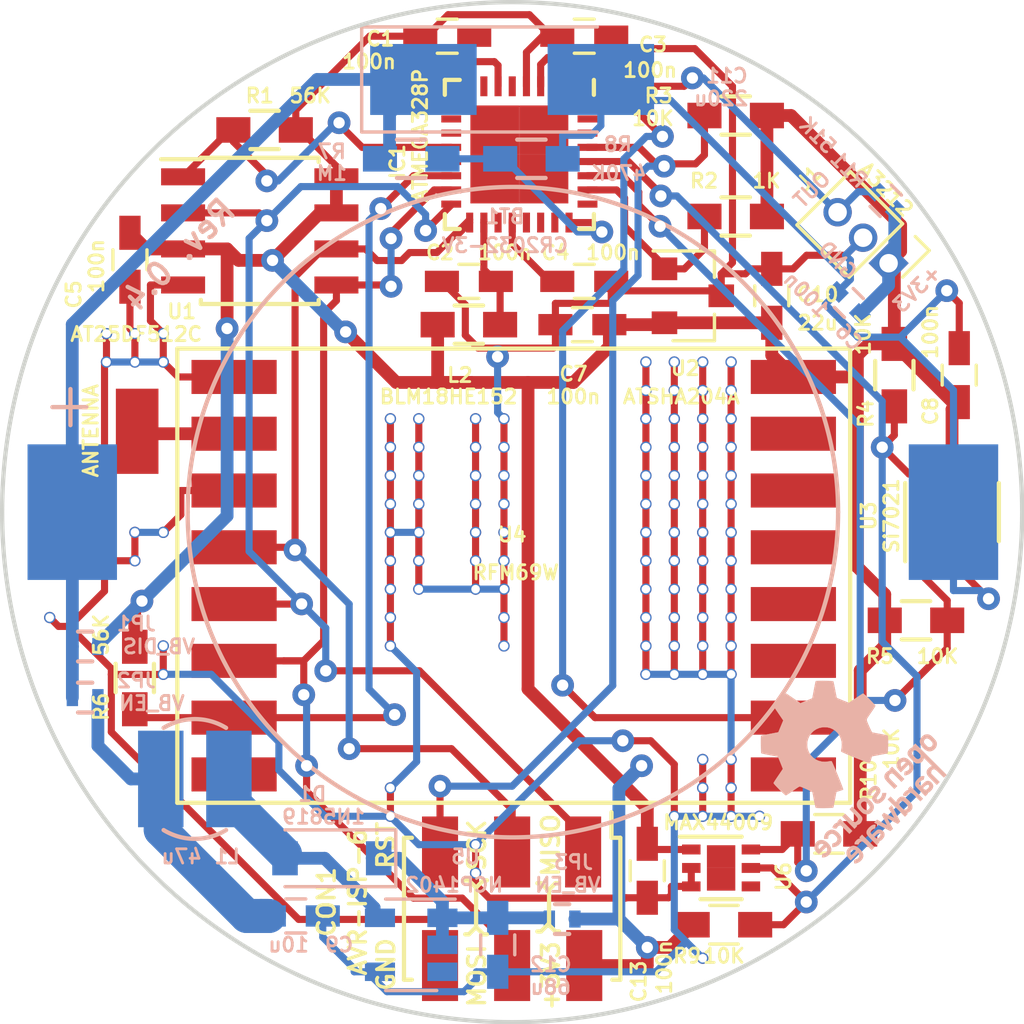
<source format=kicad_pcb>
(kicad_pcb (version 20171130) (host pcbnew "(5.1.12)-1")
  (layers (0 F.Cu signal) (31 B.Cu signal) (34 B.Paste user) (35 F.Paste user) (36 B.SilkS user) (37 F.SilkS user) (38 B.Mask user) (39 F.Mask user) (44 Edge.Cuts user))
  (net 0 "")
  (net 1 GND)
  (net 2 "Net-(C4-Pad2)")
  (net 3 /RST)
  (net 4 +3V3)
  (net 5 /MISO)
  (net 6 /SCK)
  (net 7 /MOSI)
  (net 8 /RFM69W_INT)
  (net 9 /RFM69W_SS)
  (net 10 "Net-(P1-Pad1)")
  (net 11 /ATSHA204A)
  (net 12 "Net-(D1-Pad2)")
  (net 13 /SPI_FLASH_SS)
  (net 14 "Net-(C2-Pad2)")
  (net 15 /V_BATT_MON)
  (net 16 "Net-(BT1-Pad1)")
  (net 17 /VB_IN)
  (net 18 "Net-(C12-Pad2)")
  (net 19 /SCL)
  (net 20 /SDA)
  (net 21 /A3212)
  (module Resistors_SMD:R_0402 (layer B.Cu) (at 130 75.9 135)
    (fp_text reference R11 (at 1.697056 -0.141421 135) (layer B.SilkS) (effects (font (size 0.5 0.5) (thickness 0.1)) (justify mirror)))
    (fp_text value 51K (at 3.323402 -0.070711 135) (layer B.SilkS) (effects (font (size 0.5 0.5) (thickness 0.1)) (justify mirror)))
    (pad 2 smd rect (at 0.45 0 135) (size 0.4 0.6) (layers B.Cu B.Paste B.Mask) (net 21 /A3212))
    (pad 1 smd rect (at -0.45 0 135) (size 0.4 0.6) (layers B.Cu B.Paste B.Mask) (net 4 +3V3))
  )
  (module Symbols:OSHW-Logo_5.7x6mm_SilkScreen (layer B.Cu) (at 128.4 95.6 225)
    (fp_text reference REF*** hide)
    (fp_text value OSHW-Logo_5.7x6mm_SilkScreen hide)
  )
  (module myfootprints:CR2032_BATT-HOLDER_SMT_H2 (layer B.Cu) (at 132.385 86.868)
    (fp_text reference BT1 (at -15.7988 -10.414) (layer B.SilkS) (effects (font (size 0.5 0.5) (thickness 0.1)) (justify mirror)))
    (fp_text value CR2032-3V (at -15.7988 -9.398) (layer B.SilkS) (effects (font (size 0.5 0.5) (thickness 0.1)) (justify mirror)))
    (pad 1 smd rect (at -31.0388 0) (size 3.1496 4.7752) (layers B.Cu B.Paste B.Mask) (net 16 "Net-(BT1-Pad1)"))
    (pad 2 smd rect (at 0 0 180) (size 3.1496 4.7752) (layers B.Cu B.Paste B.Mask) (net 1 GND))
  )
  (module myfootprints:AVR_ISP_SMT_Small_02x03 (layer F.Cu) (at 116.84 100.838 180)
    (fp_text reference CON1 (at 6.54 0.238 270) (layer F.SilkS) (effects (font (size 0.6 0.6) (thickness 0.12))))
    (fp_text value AVR-ISP-6 (at 5.44 0.238 270) (layer F.SilkS) (effects (font (size 0.6 0.6) (thickness 0.12))))
    (pad 2 smd rect (at -2.54 -2 180) (size 1.27 2.5) (layers F.Cu F.Paste F.Mask) (net 4 +3V3))
    (pad 4 smd rect (at 0 -2 180) (size 1.27 2.5) (layers F.Cu F.Paste F.Mask) (net 7 /MOSI))
    (pad 6 smd rect (at 2.54 -2 180) (size 1.27 2.5) (layers F.Cu F.Paste F.Mask) (net 1 GND))
    (pad 5 smd rect (at 2.54 2 180) (size 1.27 2.5) (layers F.Cu F.Paste F.Mask) (net 3 /RST))
    (pad 3 smd rect (at 0 2 180) (size 1.27 2.5) (layers F.Cu F.Paste F.Mask) (net 6 /SCK))
    (pad 1 smd rect (at -2.5 2 180) (size 1.27 2.5) (layers F.Cu F.Paste F.Mask) (net 5 /MISO))
  )
  (module Capacitors_SMD:C_0603_HandSoldering (layer F.Cu) (at 114.554 70.104)
    (fp_text reference C1 (at -2.354 0.096) (layer F.SilkS) (effects (font (size 0.5 0.5) (thickness 0.1))))
    (fp_text value 100n (at -2.754 0.896) (layer F.SilkS) (effects (font (size 0.5 0.5) (thickness 0.1))))
    (pad 1 smd rect (at -0.95 0) (size 1.2 0.75) (layers F.Cu F.Paste F.Mask) (net 4 +3V3))
    (pad 2 smd rect (at 0.95 0) (size 1.2 0.75) (layers F.Cu F.Paste F.Mask))
  )
  (module Capacitors_SMD:C_0603_HandSoldering (layer F.Cu) (at 115.316 78.74)
    (fp_text reference C2 (at -1.016 -1.016 180) (layer F.SilkS) (effects (font (size 0.5 0.5) (thickness 0.1))))
    (fp_text value 100n (at 1.27 -1.016 180) (layer F.SilkS) (effects (font (size 0.5 0.5) (thickness 0.1))))
    (pad 2 smd rect (at 0.95 0) (size 1.2 0.75) (layers F.Cu F.Paste F.Mask) (net 14 "Net-(C2-Pad2)"))
    (pad 1 smd rect (at -0.95 0) (size 1.2 0.75) (layers F.Cu F.Paste F.Mask) (net 1 GND))
  )
  (module Capacitors_SMD:C_0603_HandSoldering (layer F.Cu) (at 119.38 70.104 180)
    (fp_text reference C3 (at -2.42 -0.296 180) (layer F.SilkS) (effects (font (size 0.5 0.5) (thickness 0.1))))
    (fp_text value 100n (at -2.32 -1.196 180) (layer F.SilkS) (effects (font (size 0.5 0.5) (thickness 0.1))))
    (pad 1 smd rect (at -0.95 0 180) (size 1.2 0.75) (layers F.Cu F.Paste F.Mask) (net 1 GND))
    (pad 2 smd rect (at 0.95 0 180) (size 1.2 0.75) (layers F.Cu F.Paste F.Mask) (net 4 +3V3))
  )
  (module Capacitors_SMD:C_0603_HandSoldering (layer F.Cu) (at 119.38 78.74 180)
    (fp_text reference C4 (at 1.016 1.016 180) (layer F.SilkS) (effects (font (size 0.5 0.5) (thickness 0.1))))
    (fp_text value 100n (at -1.016 1.016 180) (layer F.SilkS) (effects (font (size 0.5 0.5) (thickness 0.1))))
    (pad 1 smd rect (at -0.95 0 180) (size 1.2 0.75) (layers F.Cu F.Paste F.Mask) (net 1 GND))
    (pad 2 smd rect (at 0.95 0 180) (size 1.2 0.75) (layers F.Cu F.Paste F.Mask) (net 2 "Net-(C4-Pad2)"))
  )
  (module Capacitors_SMD:C_0603_HandSoldering (layer F.Cu) (at 103.378 77.978 90)
    (fp_text reference C5 (at -1.222 -1.978 90) (layer F.SilkS) (effects (font (size 0.5 0.5) (thickness 0.1))))
    (fp_text value 100n (at -0.222 -1.178 90) (layer F.SilkS) (effects (font (size 0.5 0.5) (thickness 0.1))))
    (pad 1 smd rect (at -0.95 0 90) (size 1.2 0.75) (layers F.Cu F.Paste F.Mask) (net 1 GND))
    (pad 2 smd rect (at 0.95 0 90) (size 1.2 0.75) (layers F.Cu F.Paste F.Mask) (net 4 +3V3))
  )
  (module Capacitors_SMD:C_0603_HandSoldering (layer F.Cu) (at 119.314 80.264 180)
    (fp_text reference C7 (at 0.314 -1.736 180) (layer F.SilkS) (effects (font (size 0.5 0.5) (thickness 0.1))))
    (fp_text value 100n (at 0.314 -2.536 180) (layer F.SilkS) (effects (font (size 0.5 0.5) (thickness 0.1))))
    (pad 2 smd rect (at 0.95 0 180) (size 1.2 0.75) (layers F.Cu F.Paste F.Mask) (net 1 GND))
    (pad 1 smd rect (at -0.95 0 180) (size 1.2 0.75) (layers F.Cu F.Paste F.Mask) (net 4 +3V3))
  )
  (module Capacitors_SMD:C_0603_HandSoldering (layer F.Cu) (at 132.588 82.042 90)
    (fp_text reference C8 (at -1.27 -1.016 90) (layer F.SilkS) (effects (font (size 0.5 0.5) (thickness 0.1))))
    (fp_text value 100n (at 1.524 -1.016 90) (layer F.SilkS) (effects (font (size 0.5 0.5) (thickness 0.1))))
    (pad 2 smd rect (at 0.95 0 90) (size 1.2 0.75) (layers F.Cu F.Paste F.Mask) (net 1 GND))
    (pad 1 smd rect (at -0.95 0 90) (size 1.2 0.75) (layers F.Cu F.Paste F.Mask) (net 4 +3V3))
  )
  (module Capacitors_SMD:C_0603_HandSoldering (layer B.Cu) (at 109.22 101.092 180)
    (fp_text reference C9 (at -1.524 -1.016 180) (layer B.SilkS) (effects (font (size 0.5 0.5) (thickness 0.1)) (justify mirror)))
    (fp_text value 10u (at 0.254 -1.016 180) (layer B.SilkS) (effects (font (size 0.5 0.5) (thickness 0.1)) (justify mirror)))
    (pad 2 smd rect (at 0.95 0 180) (size 1.2 0.75) (layers B.Cu B.Paste B.Mask) (net 17 /VB_IN))
    (pad 1 smd rect (at -0.95 0 180) (size 1.2 0.75) (layers B.Cu B.Paste B.Mask) (net 1 GND))
  )
  (module Capacitors_SMD:C_0603_HandSoldering (layer F.Cu) (at 125.984 79.248 90)
    (fp_text reference C10 (at 0.048 1.616 180) (layer F.SilkS) (effects (font (size 0.5 0.5) (thickness 0.1))))
    (fp_text value 22u (at -0.952 1.616 180) (layer F.SilkS) (effects (font (size 0.5 0.5) (thickness 0.1))))
    (pad 1 smd rect (at -0.95 0 90) (size 1.2 0.75) (layers F.Cu F.Paste F.Mask) (net 4 +3V3))
    (pad 2 smd rect (at 0.95 0 90) (size 1.2 0.75) (layers F.Cu F.Paste F.Mask) (net 1 GND))
  )
  (module Capacitors_Tantalum_SMD:CP_Tantalum_Case-C_EIA-6032-28_Hand (layer B.Cu) (at 116.84 71.628)
    (fp_text reference C11 (at 7.56 -0.128) (layer B.SilkS) (effects (font (size 0.5 0.5) (thickness 0.1)) (justify mirror)))
    (fp_text value 220u (at 7.36 0.672 180) (layer B.SilkS) (effects (font (size 0.5 0.5) (thickness 0.1)) (justify mirror)))
    (pad 2 smd rect (at 3.125 0) (size 3.75 2.5) (layers B.Cu B.Paste B.Mask) (net 1 GND))
    (pad 1 smd rect (at -3.125 0) (size 3.75 2.5) (layers B.Cu B.Paste B.Mask) (net 16 "Net-(BT1-Pad1)"))
  )
  (module Capacitors_SMD:C_0603_HandSoldering (layer B.Cu) (at 116.332 102.108 90)
    (fp_text reference C12 (at -0.692 1.868 180) (layer B.SilkS) (effects (font (size 0.5 0.5) (thickness 0.1)) (justify mirror)))
    (fp_text value 68u (at -1.492 1.868 180) (layer B.SilkS) (effects (font (size 0.5 0.5) (thickness 0.1)) (justify mirror)))
    (pad 2 smd rect (at 0.95 0 90) (size 1.2 0.75) (layers B.Cu B.Paste B.Mask) (net 18 "Net-(C12-Pad2)"))
    (pad 1 smd rect (at -0.95 0 90) (size 1.2 0.75) (layers B.Cu B.Paste B.Mask) (net 1 GND))
  )
  (module Diodes_SMD:D_SOD-123 (layer B.Cu) (at 110.49 99.06 180)
    (fp_text reference D1 (at 0.69 2.26 180) (layer B.SilkS) (effects (font (size 0.5 0.5) (thickness 0.1)) (justify mirror)))
    (fp_text value 1N5819 (at 0.29 1.46 180) (layer B.SilkS) (effects (font (size 0.5 0.5) (thickness 0.1)) (justify mirror)))
    (pad 2 smd rect (at 1.65 0 180) (size 0.9 1.2) (layers B.Cu B.Paste B.Mask) (net 12 "Net-(D1-Pad2)"))
    (pad 1 smd rect (at -1.65 0 180) (size 0.9 1.2) (layers B.Cu B.Paste B.Mask) (net 18 "Net-(C12-Pad2)"))
  )
  (module Housings_DFN_QFN:QFN-32-1EP_5x5mm_Pitch0.5mm (layer F.Cu) (at 117.094 74.2685 270)
    (fp_text reference IC1 (at 0.254 4.294 270) (layer F.SilkS) (effects (font (size 0.5 0.5) (thickness 0.1))))
    (fp_text value ATMEGA328P (at -0.6685 3.494 270) (layer F.SilkS) (effects (font (size 0.5 0.5) (thickness 0.1))))
    (pad 33 smd rect (at -0.8625 -0.8625 270) (size 1.725 1.725) (layers F.Cu F.Paste F.Mask))
    (pad 33 smd rect (at -0.8625 0.8625 270) (size 1.725 1.725) (layers F.Cu F.Paste F.Mask))
    (pad 33 smd rect (at 0.8625 -0.8625 270) (size 1.725 1.725) (layers F.Cu F.Paste F.Mask))
    (pad 33 smd rect (at 0.8625 0.8625 270) (size 1.725 1.725) (layers F.Cu F.Paste F.Mask))
    (pad 32 smd rect (at -1.75 -2.4) (size 0.7 0.25) (layers F.Cu F.Paste F.Mask) (net 8 /RFM69W_INT))
    (pad 31 smd rect (at -1.25 -2.4) (size 0.7 0.25) (layers F.Cu F.Paste F.Mask))
    (pad 30 smd rect (at -0.75 -2.4) (size 0.7 0.25) (layers F.Cu F.Paste F.Mask))
    (pad 29 smd rect (at -0.25 -2.4) (size 0.7 0.25) (layers F.Cu F.Paste F.Mask) (net 3 /RST))
    (pad 28 smd rect (at 0.25 -2.4) (size 0.7 0.25) (layers F.Cu F.Paste F.Mask) (net 19 /SCL))
    (pad 27 smd rect (at 0.75 -2.4) (size 0.7 0.25) (layers F.Cu F.Paste F.Mask) (net 20 /SDA))
    (pad 26 smd rect (at 1.25 -2.4) (size 0.7 0.25) (layers F.Cu F.Paste F.Mask) (net 11 /ATSHA204A))
    (pad 25 smd rect (at 1.75 -2.4) (size 0.7 0.25) (layers F.Cu F.Paste F.Mask))
    (pad 24 smd rect (at 2.4 -1.75 270) (size 0.7 0.25) (layers F.Cu F.Paste F.Mask) (net 15 /V_BATT_MON))
    (pad 23 smd rect (at 2.4 -1.25 270) (size 0.7 0.25) (layers F.Cu F.Paste F.Mask))
    (pad 22 smd rect (at 2.4 -0.75 270) (size 0.7 0.25) (layers F.Cu F.Paste F.Mask))
    (pad 21 smd rect (at 2.4 -0.25 270) (size 0.7 0.25) (layers F.Cu F.Paste F.Mask))
    (pad 20 smd rect (at 2.4 0.25 270) (size 0.7 0.25) (layers F.Cu F.Paste F.Mask) (net 2 "Net-(C4-Pad2)"))
    (pad 19 smd rect (at 2.4 0.75 270) (size 0.7 0.25) (layers F.Cu F.Paste F.Mask))
    (pad 18 smd rect (at 2.4 1.25 270) (size 0.7 0.25) (layers F.Cu F.Paste F.Mask) (net 14 "Net-(C2-Pad2)"))
    (pad 17 smd rect (at 2.4 1.75 270) (size 0.7 0.25) (layers F.Cu F.Paste F.Mask) (net 6 /SCK))
    (pad 16 smd rect (at 1.75 2.4) (size 0.7 0.25) (layers F.Cu F.Paste F.Mask) (net 5 /MISO))
    (pad 15 smd rect (at 1.25 2.4) (size 0.7 0.25) (layers F.Cu F.Paste F.Mask) (net 7 /MOSI))
    (pad 14 smd rect (at 0.75 2.4) (size 0.7 0.25) (layers F.Cu F.Paste F.Mask) (net 9 /RFM69W_SS))
    (pad 13 smd rect (at 0.25 2.4) (size 0.7 0.25) (layers F.Cu F.Paste F.Mask))
    (pad 12 smd rect (at -0.25 2.4) (size 0.7 0.25) (layers F.Cu F.Paste F.Mask) (net 13 /SPI_FLASH_SS))
    (pad 11 smd rect (at -0.75 2.4) (size 0.7 0.25) (layers F.Cu F.Paste F.Mask))
    (pad 10 smd rect (at -1.25 2.4) (size 0.7 0.25) (layers F.Cu F.Paste F.Mask))
    (pad 9 smd rect (at -1.75 2.4) (size 0.7 0.25) (layers F.Cu F.Paste F.Mask))
    (pad 8 smd rect (at -2.4 1.75 270) (size 0.7 0.25) (layers F.Cu F.Paste F.Mask))
    (pad 7 smd rect (at -2.4 1.25 270) (size 0.7 0.25) (layers F.Cu F.Paste F.Mask))
    (pad 6 smd rect (at -2.4 0.75 270) (size 0.7 0.25) (layers F.Cu F.Paste F.Mask) (net 4 +3V3))
    (pad 5 smd rect (at -2.4 0.25 270) (size 0.7 0.25) (layers F.Cu F.Paste F.Mask))
    (pad 4 smd rect (at -2.4 -0.25 270) (size 0.7 0.25) (layers F.Cu F.Paste F.Mask) (net 4 +3V3))
    (pad 3 smd rect (at -2.4 -0.75 270) (size 0.7 0.25) (layers F.Cu F.Paste F.Mask) (net 1 GND))
    (pad 2 smd rect (at -2.4 -1.25 270) (size 0.7 0.25) (layers F.Cu F.Paste F.Mask))
    (pad 1 smd rect (at -2.4 -1.75 270) (size 0.7 0.25) (layers F.Cu F.Paste F.Mask) (net 21 /A3212))
  )
  (module myfootprints:SDR0302 (layer B.Cu) (at 105.664 96.266)
    (fp_text reference L1 (at 1.136 2.734 180) (layer B.SilkS) (effects (font (size 0.5 0.5) (thickness 0.1)) (justify mirror)))
    (fp_text value 47u (at -0.464 2.734 180) (layer B.SilkS) (effects (font (size 0.5 0.5) (thickness 0.1)) (justify mirror)))
    (pad 2 smd rect (at 1.2 0) (size 1.6 3.4) (layers B.Cu B.Paste B.Mask) (net 12 "Net-(D1-Pad2)"))
    (pad 1 smd rect (at -1.2 0) (size 1.6 3.4) (layers B.Cu B.Paste B.Mask) (net 17 /VB_IN))
  )
  (module myfootprints:1pin_smd_2mm (layer F.Cu) (at 103.732 83.92 90)
    (fp_text reference P1 hide)
    (fp_text value ANTENNA (at -0.08 -1.732 90) (layer F.SilkS) (effects (font (size 0.5 0.5) (thickness 0.1))))
    (pad 1 smd rect (at -0.1 -0.1 90) (size 3 1.5) (layers F.Cu F.Paste F.Mask) (net 10 "Net-(P1-Pad1)"))
  )
  (module Resistors_SMD:R_0603_HandSoldering (layer F.Cu) (at 108.12 73.406)
    (fp_text reference R1 (at -0.17 -1.206) (layer F.SilkS) (effects (font (size 0.5 0.5) (thickness 0.1))))
    (fp_text value 56K (at 1.608 -1.206) (layer F.SilkS) (effects (font (size 0.5 0.5) (thickness 0.1))))
    (pad 1 smd rect (at -1.1 0) (size 1.2 0.9) (layers F.Cu F.Paste F.Mask) (net 13 /SPI_FLASH_SS))
    (pad 2 smd rect (at 1.1 0) (size 1.2 0.9) (layers F.Cu F.Paste F.Mask) (net 4 +3V3))
  )
  (module Resistors_SMD:R_0603_HandSoldering (layer F.Cu) (at 124.714 76.454)
    (fp_text reference R2 (at -1.114 -1.254) (layer F.SilkS) (effects (font (size 0.5 0.5) (thickness 0.1))))
    (fp_text value 1K (at 1.086 -1.254) (layer F.SilkS) (effects (font (size 0.5 0.5) (thickness 0.1))))
    (pad 1 smd rect (at -1.1 0) (size 1.2 0.9) (layers F.Cu F.Paste F.Mask) (net 11 /ATSHA204A))
    (pad 2 smd rect (at 1.1 0) (size 1.2 0.9) (layers F.Cu F.Paste F.Mask) (net 4 +3V3))
  )
  (module Resistors_SMD:R_0603_HandSoldering (layer F.Cu) (at 124.714 72.898 180)
    (fp_text reference R3 (at 2.714 0.698 180) (layer F.SilkS) (effects (font (size 0.5 0.5) (thickness 0.1))))
    (fp_text value 10K (at 2.914 -0.102 180) (layer F.SilkS) (effects (font (size 0.5 0.5) (thickness 0.1))))
    (pad 2 smd rect (at 1.1 0 180) (size 1.2 0.9) (layers F.Cu F.Paste F.Mask) (net 3 /RST))
    (pad 1 smd rect (at -1.1 0 180) (size 1.2 0.9) (layers F.Cu F.Paste F.Mask) (net 4 +3V3))
  )
  (module Resistors_SMD:R_0603_HandSoldering (layer F.Cu) (at 130.302 82.042 90)
    (fp_text reference R4 (at -1.358 -1.002 90) (layer F.SilkS) (effects (font (size 0.5 0.5) (thickness 0.1))))
    (fp_text value 10K (at 1.442 -1.102 90) (layer F.SilkS) (effects (font (size 0.5 0.5) (thickness 0.1))))
    (pad 2 smd rect (at 1.1 0 90) (size 1.2 0.9) (layers F.Cu F.Paste F.Mask) (net 4 +3V3))
    (pad 1 smd rect (at -1.1 0 90) (size 1.2 0.9) (layers F.Cu F.Paste F.Mask) (net 19 /SCL))
  )
  (module Resistors_SMD:R_0603_HandSoldering (layer F.Cu) (at 131.064 90.678 180)
    (fp_text reference R5 (at 1.27 -1.27 180) (layer F.SilkS) (effects (font (size 0.5 0.5) (thickness 0.1))))
    (fp_text value 10K (at -0.762 -1.27 180) (layer F.SilkS) (effects (font (size 0.5 0.5) (thickness 0.1))))
    (pad 1 smd rect (at -1.1 0 180) (size 1.2 0.9) (layers F.Cu F.Paste F.Mask) (net 20 /SDA))
    (pad 2 smd rect (at 1.1 0 180) (size 1.2 0.9) (layers F.Cu F.Paste F.Mask) (net 4 +3V3))
  )
  (module Resistors_SMD:R_0603_HandSoldering (layer F.Cu) (at 103.548 92.71 90)
    (fp_text reference R6 (at -1.016 -1.186 90) (layer F.SilkS) (effects (font (size 0.5 0.5) (thickness 0.1))))
    (fp_text value 56K (at 1.524 -1.186 90) (layer F.SilkS) (effects (font (size 0.5 0.5) (thickness 0.1))))
    (pad 2 smd rect (at 1.1 0 90) (size 1.2 0.9) (layers F.Cu F.Paste F.Mask) (net 4 +3V3))
    (pad 1 smd rect (at -1.1 0 90) (size 1.2 0.9) (layers F.Cu F.Paste F.Mask) (net 9 /RFM69W_SS))
  )
  (module Housings_SOIC:SOIC-8_3.9x4.9mm_Pitch1.27mm (layer F.Cu) (at 107.95 76.962)
    (fp_text reference U1 (at -2.75 2.838 180) (layer F.SilkS) (effects (font (size 0.5 0.5) (thickness 0.1))))
    (fp_text value AT25DF512C (at -4.35 3.638 180) (layer F.SilkS) (effects (font (size 0.5 0.5) (thickness 0.1))))
    (pad 8 smd rect (at 2.7 -1.905) (size 1.55 0.6) (layers F.Cu F.Paste F.Mask) (net 4 +3V3))
    (pad 7 smd rect (at 2.7 -0.635) (size 1.55 0.6) (layers F.Cu F.Paste F.Mask) (net 4 +3V3))
    (pad 6 smd rect (at 2.7 0.635) (size 1.55 0.6) (layers F.Cu F.Paste F.Mask) (net 6 /SCK))
    (pad 5 smd rect (at 2.7 1.905) (size 1.55 0.6) (layers F.Cu F.Paste F.Mask) (net 7 /MOSI))
    (pad 4 smd rect (at -2.7 1.905) (size 1.55 0.6) (layers F.Cu F.Paste F.Mask) (net 1 GND))
    (pad 3 smd rect (at -2.7 0.635) (size 1.55 0.6) (layers F.Cu F.Paste F.Mask) (net 4 +3V3))
    (pad 2 smd rect (at -2.7 -0.635) (size 1.55 0.6) (layers F.Cu F.Paste F.Mask) (net 5 /MISO))
    (pad 1 smd rect (at -2.7 -1.905) (size 1.55 0.6) (layers F.Cu F.Paste F.Mask) (net 13 /SPI_FLASH_SS))
  )
  (module TO_SOT_Packages_SMD:SOT-23 (layer F.Cu) (at 123.206 79.248)
    (fp_text reference U2 (at -0.27 2.552 180) (layer F.SilkS) (effects (font (size 0.5 0.5) (thickness 0.1))))
    (fp_text value ATSHA204A (at -0.406 3.552) (layer F.SilkS) (effects (font (size 0.5 0.5) (thickness 0.1))))
    (pad 3 smd rect (at 1 0) (size 0.9 0.8) (layers F.Cu F.Paste F.Mask) (net 1 GND))
    (pad 2 smd rect (at -1 0.95) (size 0.9 0.8) (layers F.Cu F.Paste F.Mask) (net 4 +3V3))
    (pad 1 smd rect (at -1 -0.95) (size 0.9 0.8) (layers F.Cu F.Paste F.Mask) (net 11 /ATSHA204A))
  )
  (module Housings_DFN_QFN:DFN-6-1EP_3x3mm_Pitch0.95mm (layer F.Cu) (at 132.334 86.868 90)
    (fp_text reference U3 (at -0.132 -2.934 90) (layer F.SilkS) (effects (font (size 0.5 0.5) (thickness 0.1))))
    (fp_text value Si7021 (at -0.132 -2.134 90) (layer F.SilkS) (effects (font (size 0.5 0.5) (thickness 0.1))))
    (pad 7 smd rect (at -0.425 -0.65 90) (size 0.85 1.3) (layers F.Cu F.Paste F.Mask))
    (pad 7 smd rect (at -0.425 0.65 90) (size 0.85 1.3) (layers F.Cu F.Paste F.Mask))
    (pad 7 smd rect (at 0.425 -0.65 90) (size 0.85 1.3) (layers F.Cu F.Paste F.Mask))
    (pad 7 smd rect (at 0.425 0.65 90) (size 0.85 1.3) (layers F.Cu F.Paste F.Mask))
    (pad 6 smd rect (at 1.34 -0.95 90) (size 0.63 0.45) (layers F.Cu F.Paste F.Mask) (net 19 /SCL))
    (pad 5 smd rect (at 1.34 0 90) (size 0.63 0.45) (layers F.Cu F.Paste F.Mask) (net 4 +3V3))
    (pad 4 smd rect (at 1.34 0.95 90) (size 0.63 0.45) (layers F.Cu F.Paste F.Mask))
    (pad 3 smd rect (at -1.34 0.95 90) (size 0.63 0.45) (layers F.Cu F.Paste F.Mask))
    (pad 2 smd rect (at -1.34 0 90) (size 0.63 0.45) (layers F.Cu F.Paste F.Mask) (net 1 GND))
    (pad 1 smd rect (at -1.34 -0.95 90) (size 0.63 0.45) (layers F.Cu F.Paste F.Mask) (net 20 /SDA))
  )
  (module mysensors_radios:RFM69HW_SMD_Handsoldering (layer F.Cu) (at 125.346 96.106 180)
    (fp_text reference U4 (at 8.506 8.444 180) (layer F.SilkS) (effects (font (size 0.5 0.5) (thickness 0.1))))
    (fp_text value RFM69W (at 8.382 7.112 180) (layer F.SilkS) (effects (font (size 0.5 0.5) (thickness 0.1))))
    (pad 16 smd rect (at 18.3 0 180) (size 3 1.2) (layers F.Cu F.Paste F.Mask))
    (pad 15 smd rect (at 18.3 2 180) (size 3 1.2) (layers F.Cu F.Paste F.Mask) (net 9 /RFM69W_SS))
    (pad 14 smd rect (at 18.3 4 180) (size 3 1.2) (layers F.Cu F.Paste F.Mask) (net 7 /MOSI))
    (pad 13 smd rect (at 18.3 6 180) (size 3 1.2) (layers F.Cu F.Paste F.Mask) (net 5 /MISO))
    (pad 12 smd rect (at 18.3 8 180) (size 3 1.2) (layers F.Cu F.Paste F.Mask) (net 6 /SCK))
    (pad 11 smd rect (at 18.3 10 180) (size 3 1.2) (layers F.Cu F.Paste F.Mask) (net 1 GND))
    (pad 10 smd rect (at 18.3 12 180) (size 3 1.2) (layers F.Cu F.Paste F.Mask) (net 10 "Net-(P1-Pad1)"))
    (pad 9 smd rect (at 18.3 14 180) (size 3 1.2) (layers F.Cu F.Paste F.Mask) (net 1 GND))
    (pad 8 smd rect (at -1.4 14 180) (size 3 1.2) (layers F.Cu F.Paste F.Mask) (net 4 +3V3))
    (pad 7 smd rect (at -1.4 12 180) (size 3 1.2) (layers F.Cu F.Paste F.Mask))
    (pad 6 smd rect (at -1.4 10 180) (size 3 1.2) (layers F.Cu F.Paste F.Mask))
    (pad 5 smd rect (at -1.4 8 180) (size 3 1.2) (layers F.Cu F.Paste F.Mask))
    (pad 4 smd rect (at -1.4 6 180) (size 3 1.2) (layers F.Cu F.Paste F.Mask))
    (pad 3 smd rect (at -1.4 4 180) (size 3 1.2) (layers F.Cu F.Paste F.Mask))
    (pad 2 smd rect (at -1.4 2 180) (size 3 1.2) (layers F.Cu F.Paste F.Mask) (net 8 /RFM69W_INT))
    (pad 1 smd rect (at -1.4 0 180) (size 3 1.2) (layers F.Cu F.Paste F.Mask))
  )
  (module TO_SOT_Packages_SMD:SOT-23-5 (layer B.Cu) (at 113.284 102.108 180)
    (fp_text reference U5 (at -1.916 3.108 180) (layer B.SilkS) (effects (font (size 0.5 0.5) (thickness 0.1)) (justify mirror)))
    (fp_text value NCP1402 (at -1.516 2.108 180) (layer B.SilkS) (effects (font (size 0.5 0.5) (thickness 0.1)) (justify mirror)))
    (pad 5 smd rect (at 1.1 0.95 180) (size 1.06 0.65) (layers B.Cu B.Paste B.Mask) (net 12 "Net-(D1-Pad2)"))
    (pad 4 smd rect (at 1.1 -0.95 180) (size 1.06 0.65) (layers B.Cu B.Paste B.Mask) (net 1 GND))
    (pad 3 smd rect (at -1.1 -0.95 180) (size 1.06 0.65) (layers B.Cu B.Paste B.Mask))
    (pad 2 smd rect (at -1.1 0 180) (size 1.06 0.65) (layers B.Cu B.Paste B.Mask) (net 18 "Net-(C12-Pad2)"))
    (pad 1 smd rect (at -1.1 0.95 180) (size 1.06 0.65) (layers B.Cu B.Paste B.Mask) (net 18 "Net-(C12-Pad2)"))
  )
  (module Resistors_SMD:R_0603_HandSoldering (layer F.Cu) (at 115.316 80.264 180)
    (fp_text reference L2 (at 0.316 -1.778 180) (layer F.SilkS) (effects (font (size 0.5 0.5) (thickness 0.1))))
    (fp_text value BLM18HE152 (at 0.716 -2.536 180) (layer F.SilkS) (effects (font (size 0.5 0.5) (thickness 0.1))))
    (pad 1 smd rect (at -1.1 0 180) (size 1.2 0.9) (layers F.Cu F.Paste F.Mask) (net 14 "Net-(C2-Pad2)"))
    (pad 2 smd rect (at 1.1 0 180) (size 1.2 0.9) (layers F.Cu F.Paste F.Mask) (net 4 +3V3))
  )
  (module Resistors_SMD:R_0603_HandSoldering (layer B.Cu) (at 113.284 74.422 180)
    (fp_text reference R7 (at 2.794 0.254 180) (layer B.SilkS) (effects (font (size 0.5 0.5) (thickness 0.1)) (justify mirror)))
    (fp_text value 1M (at 2.794 -0.508 180) (layer B.SilkS) (effects (font (size 0.5 0.5) (thickness 0.1)) (justify mirror)))
    (pad 2 smd rect (at 1.1 0 180) (size 1.2 0.9) (layers B.Cu B.Paste B.Mask) (net 16 "Net-(BT1-Pad1)"))
    (pad 1 smd rect (at -1.1 0 180) (size 1.2 0.9) (layers B.Cu B.Paste B.Mask) (net 15 /V_BATT_MON))
  )
  (module Resistors_SMD:R_0603_HandSoldering (layer B.Cu) (at 117.518 74.422 180)
    (fp_text reference R8 (at -3.048 0.508 180) (layer B.SilkS) (effects (font (size 0.5 0.5) (thickness 0.1)) (justify mirror)))
    (fp_text value 470K (at -3.082 -0.508 180) (layer B.SilkS) (effects (font (size 0.5 0.5) (thickness 0.1)) (justify mirror)))
    (pad 2 smd rect (at 1.1 0 180) (size 1.2 0.9) (layers B.Cu B.Paste B.Mask) (net 15 /V_BATT_MON))
    (pad 1 smd rect (at -1.1 0 180) (size 1.2 0.9) (layers B.Cu B.Paste B.Mask) (net 1 GND))
  )
  (module Resistors_SMD:R_0402 (layer B.Cu) (at 101.8 93.4 180)
    (fp_text reference JP1 (at -1.8 2.6 180) (layer B.SilkS) (effects (font (size 0.5 0.5) (thickness 0.1)) (justify mirror)))
    (fp_text value VB_EN (at -2.35 -0.2 180) (layer B.SilkS) (effects (font (size 0.5 0.5) (thickness 0.1)) (justify mirror)))
    (pad 1 smd rect (at -0.45 0 180) (size 0.4 0.6) (layers B.Cu B.Paste B.Mask) (net 17 /VB_IN))
    (pad 2 smd rect (at 0.45 0 180) (size 0.4 0.6) (layers B.Cu B.Paste B.Mask) (net 16 "Net-(BT1-Pad1)"))
  )
  (module Resistors_SMD:R_0402 (layer B.Cu) (at 101.8 91.6)
    (fp_text reference JP2 (at 1.8 1.2) (layer B.SilkS) (effects (font (size 0.5 0.5) (thickness 0.1)) (justify mirror)))
    (fp_text value VB_DIS (at 2.6 0) (layer B.SilkS) (effects (font (size 0.5 0.5) (thickness 0.1)) (justify mirror)))
    (pad 2 smd rect (at 0.45 0) (size 0.4 0.6) (layers B.Cu B.Paste B.Mask) (net 4 +3V3))
    (pad 1 smd rect (at -0.45 0) (size 0.4 0.6) (layers B.Cu B.Paste B.Mask) (net 16 "Net-(BT1-Pad1)"))
  )
  (module Resistors_SMD:R_0402 (layer B.Cu) (at 118.6 101.2)
    (fp_text reference JP3 (at 0.4 -2) (layer B.SilkS) (effects (font (size 0.5 0.5) (thickness 0.1)) (justify mirror)))
    (fp_text value VB_EN (at 0.2 -1.2 180) (layer B.SilkS) (effects (font (size 0.5 0.5) (thickness 0.1)) (justify mirror)))
    (pad 2 smd rect (at 0.45 0) (size 0.4 0.6) (layers B.Cu B.Paste B.Mask) (net 4 +3V3))
    (pad 1 smd rect (at -0.45 0) (size 0.4 0.6) (layers B.Cu B.Paste B.Mask) (net 18 "Net-(C12-Pad2)"))
  )
  (module Capacitors_SMD:C_0603_HandSoldering (layer F.Cu) (at 121.6 99.5 270)
    (fp_text reference C13 (at 3.9 0.3 270) (layer F.SilkS) (effects (font (size 0.5 0.5) (thickness 0.1))))
    (fp_text value 100n (at 3.4 -0.6 270) (layer F.SilkS) (effects (font (size 0.5 0.5) (thickness 0.1))))
    (pad 2 smd rect (at 0.95 0 270) (size 1.2 0.75) (layers F.Cu F.Paste F.Mask) (net 1 GND))
    (pad 1 smd rect (at -0.95 0 270) (size 1.2 0.75) (layers F.Cu F.Paste F.Mask) (net 4 +3V3))
  )
  (module Resistors_SMD:R_0603_HandSoldering (layer F.Cu) (at 124.3 101.4 180)
    (fp_text reference R9 (at 1.3 -1.1) (layer F.SilkS) (effects (font (size 0.5 0.5) (thickness 0.1))))
    (fp_text value 10K (at 0 -1.1) (layer F.SilkS) (effects (font (size 0.5 0.5) (thickness 0.1))))
    (pad 1 smd rect (at -1.1 0 180) (size 1.2 0.9) (layers F.Cu F.Paste F.Mask) (net 19 /SCL))
    (pad 2 smd rect (at 1.1 0 180) (size 1.2 0.9) (layers F.Cu F.Paste F.Mask) (net 4 +3V3))
  )
  (module Resistors_SMD:R_0603_HandSoldering (layer F.Cu) (at 128 98.2)
    (fp_text reference R10 (at 1.4 -1.9 90) (layer F.SilkS) (effects (font (size 0.5 0.5) (thickness 0.1))))
    (fp_text value 10K (at 2.2 -3 90) (layer F.SilkS) (effects (font (size 0.5 0.5) (thickness 0.1))))
    (pad 2 smd rect (at 1.1 0) (size 1.2 0.9) (layers F.Cu F.Paste F.Mask) (net 4 +3V3))
    (pad 1 smd rect (at -1.1 0) (size 1.2 0.9) (layers F.Cu F.Paste F.Mask) (net 20 /SDA))
  )
  (module Housings_DFN_QFN:DFN-6-1EP_2x2mm_Pitch0.65mm (layer F.Cu) (at 124.2 99.4)
    (fp_text reference U6 (at 2.2 0.3 90) (layer F.SilkS) (effects (font (size 0.5 0.5) (thickness 0.1))))
    (fp_text value MAX44009 (at -0.1 -1.6) (layer F.SilkS) (effects (font (size 0.5 0.5) (thickness 0.1))))
    (pad 7 smd rect (at 0 -0.4) (size 1 0.8) (layers F.Cu F.Paste F.Mask))
    (pad 7 smd rect (at 0 0.4) (size 1 0.8) (layers F.Cu F.Paste F.Mask))
    (pad 6 smd rect (at 1.05 -0.65) (size 0.65 0.35) (layers F.Cu F.Paste F.Mask) (net 20 /SDA))
    (pad 5 smd rect (at 1.05 0) (size 0.65 0.35) (layers F.Cu F.Paste F.Mask) (net 19 /SCL))
    (pad 4 smd rect (at 1.05 0.65) (size 0.65 0.35) (layers F.Cu F.Paste F.Mask))
    (pad 3 smd rect (at -1.05 0.65) (size 0.65 0.35) (layers F.Cu F.Paste F.Mask) (net 1 GND))
    (pad 2 smd rect (at -1.05 0) (size 0.65 0.35) (layers F.Cu F.Paste F.Mask) (net 1 GND))
    (pad 1 smd rect (at -1.05 -0.65) (size 0.65 0.35) (layers F.Cu F.Paste F.Mask) (net 4 +3V3))
  )
  (module Capacitors_SMD:C_0402 (layer B.Cu) (at 128.7 79.5 315)
    (fp_text reference C6 (at 0.848528 0.848528 315) (layer B.SilkS) (effects (font (size 0.5 0.5) (thickness 0.1)) (justify mirror)))
    (fp_text value 100n (at -1.272792 0.848528 315) (layer B.SilkS) (effects (font (size 0.5 0.5) (thickness 0.1)) (justify mirror)))
    (pad 2 smd rect (at 0.55 0 315) (size 0.6 0.5) (layers B.Cu B.Paste B.Mask) (net 4 +3V3))
    (pad 1 smd rect (at -0.55 0 315) (size 0.6 0.5) (layers B.Cu B.Paste B.Mask) (net 1 GND))
  )
  (module Pin_Headers:Pin_Header_Straight_1x03_Pitch1.27mm (layer F.Cu) (at 130.1 78.1 225)
    (fp_text reference J1 (at -0.141421 4.101219 225) (layer F.SilkS) (effects (font (size 0.5 0.5) (thickness 0.1))))
    (fp_text value A3212 (at -1.767767 1.909188 315) (layer F.SilkS) (effects (font (size 0.5 0.5) (thickness 0.1))))
    (pad 3 thru_hole oval (at 0 2.54 225) (size 1 1) (drill 0.65) (layers *.Cu *.Mask) (net 21 /A3212))
    (pad 2 thru_hole oval (at 0 1.270001 225) (size 1 1) (drill 0.65) (layers *.Cu *.Mask) (net 1 GND))
    (pad 1 thru_hole rect (at 0 0 225) (size 1 1) (drill 0.65) (layers *.Cu *.Mask) (net 4 +3V3))
  )
  (module VIA_MATRIX (layer F.Cu) (at 102.552 80.58)
    (fp_text reference V4_12 hide)
    (fp_text value AUTO_VIA hide)
    (pad 1 thru_hole circle (at 0 0) (size 0.4 0.4) (drill 0.3) (layers *.Cu) (net 1 GND) (clearance 0.3))
  )
  (module VIA_MATRIX (layer F.Cu) (at 103.552 80.58)
    (fp_text reference V5_12 hide)
    (fp_text value AUTO_VIA hide)
    (pad 1 thru_hole circle (at 0 0) (size 0.4 0.4) (drill 0.3) (layers *.Cu) (net 1 GND) (clearance 0.3))
  )
  (module VIA_MATRIX (layer F.Cu) (at 104.552 80.58)
    (fp_text reference V6_12 hide)
    (fp_text value AUTO_VIA hide)
    (pad 1 thru_hole circle (at 0 0) (size 0.4 0.4) (drill 0.3) (layers *.Cu) (net 1 GND) (clearance 0.3))
  )
  (module VIA_MATRIX (layer F.Cu) (at 102.552 81.58)
    (fp_text reference V4_13 hide)
    (fp_text value AUTO_VIA hide)
    (pad 1 thru_hole circle (at 0 0) (size 0.4 0.4) (drill 0.3) (layers *.Cu) (net 1 GND) (clearance 0.3))
  )
  (module VIA_MATRIX (layer F.Cu) (at 103.552 81.58)
    (fp_text reference V5_13 hide)
    (fp_text value AUTO_VIA hide)
    (pad 1 thru_hole circle (at 0 0) (size 0.4 0.4) (drill 0.3) (layers *.Cu) (net 1 GND) (clearance 0.3))
  )
  (module VIA_MATRIX (layer F.Cu) (at 104.552 81.58)
    (fp_text reference V6_13 hide)
    (fp_text value AUTO_VIA hide)
    (pad 1 thru_hole circle (at 0 0) (size 0.4 0.4) (drill 0.3) (layers *.Cu) (net 1 GND) (clearance 0.3))
  )
  (module VIA_MATRIX (layer F.Cu) (at 121.552 81.58)
    (fp_text reference V23_13 hide)
    (fp_text value AUTO_VIA hide)
    (pad 1 thru_hole circle (at 0 0) (size 0.4 0.4) (drill 0.3) (layers *.Cu) (net 1 GND) (clearance 0.3))
  )
  (module VIA_MATRIX (layer F.Cu) (at 122.552 81.58)
    (fp_text reference V24_13 hide)
    (fp_text value AUTO_VIA hide)
    (pad 1 thru_hole circle (at 0 0) (size 0.4 0.4) (drill 0.3) (layers *.Cu) (net 1 GND) (clearance 0.3))
  )
  (module VIA_MATRIX (layer F.Cu) (at 123.552 81.58)
    (fp_text reference V25_13 hide)
    (fp_text value AUTO_VIA hide)
    (pad 1 thru_hole circle (at 0 0) (size 0.4 0.4) (drill 0.3) (layers *.Cu) (net 1 GND) (clearance 0.3))
  )
  (module VIA_MATRIX (layer F.Cu) (at 124.552 81.58)
    (fp_text reference V26_13 hide)
    (fp_text value AUTO_VIA hide)
    (pad 1 thru_hole circle (at 0 0) (size 0.4 0.4) (drill 0.3) (layers *.Cu) (net 1 GND) (clearance 0.3))
  )
  (module VIA_MATRIX (layer F.Cu) (at 121.552 82.58)
    (fp_text reference V23_14 hide)
    (fp_text value AUTO_VIA hide)
    (pad 1 thru_hole circle (at 0 0) (size 0.4 0.4) (drill 0.3) (layers *.Cu) (net 1 GND) (clearance 0.3))
  )
  (module VIA_MATRIX (layer F.Cu) (at 122.552 82.58)
    (fp_text reference V24_14 hide)
    (fp_text value AUTO_VIA hide)
    (pad 1 thru_hole circle (at 0 0) (size 0.4 0.4) (drill 0.3) (layers *.Cu) (net 1 GND) (clearance 0.3))
  )
  (module VIA_MATRIX (layer F.Cu) (at 123.552 82.58)
    (fp_text reference V25_14 hide)
    (fp_text value AUTO_VIA hide)
    (pad 1 thru_hole circle (at 0 0) (size 0.4 0.4) (drill 0.3) (layers *.Cu) (net 1 GND) (clearance 0.3))
  )
  (module VIA_MATRIX (layer F.Cu) (at 124.552 82.58)
    (fp_text reference V26_14 hide)
    (fp_text value AUTO_VIA hide)
    (pad 1 thru_hole circle (at 0 0) (size 0.4 0.4) (drill 0.3) (layers *.Cu) (net 1 GND) (clearance 0.3))
  )
  (module VIA_MATRIX (layer F.Cu) (at 112.552 83.58)
    (fp_text reference V14_15 hide)
    (fp_text value AUTO_VIA hide)
    (pad 1 thru_hole circle (at 0 0) (size 0.4 0.4) (drill 0.3) (layers *.Cu) (net 1 GND) (clearance 0.3))
  )
  (module VIA_MATRIX (layer F.Cu) (at 113.552 83.58)
    (fp_text reference V15_15 hide)
    (fp_text value AUTO_VIA hide)
    (pad 1 thru_hole circle (at 0 0) (size 0.4 0.4) (drill 0.3) (layers *.Cu) (net 1 GND) (clearance 0.3))
  )
  (module VIA_MATRIX (layer F.Cu) (at 115.552 83.58)
    (fp_text reference V17_15 hide)
    (fp_text value AUTO_VIA hide)
    (pad 1 thru_hole circle (at 0 0) (size 0.4 0.4) (drill 0.3) (layers *.Cu) (net 1 GND) (clearance 0.3))
  )
  (module VIA_MATRIX (layer F.Cu) (at 116.552 83.58)
    (fp_text reference V18_15 hide)
    (fp_text value AUTO_VIA hide)
    (pad 1 thru_hole circle (at 0 0) (size 0.4 0.4) (drill 0.3) (layers *.Cu) (net 1 GND) (clearance 0.3))
  )
  (module VIA_MATRIX (layer F.Cu) (at 121.552 83.58)
    (fp_text reference V23_15 hide)
    (fp_text value AUTO_VIA hide)
    (pad 1 thru_hole circle (at 0 0) (size 0.4 0.4) (drill 0.3) (layers *.Cu) (net 1 GND) (clearance 0.3))
  )
  (module VIA_MATRIX (layer F.Cu) (at 122.552 83.58)
    (fp_text reference V24_15 hide)
    (fp_text value AUTO_VIA hide)
    (pad 1 thru_hole circle (at 0 0) (size 0.4 0.4) (drill 0.3) (layers *.Cu) (net 1 GND) (clearance 0.3))
  )
  (module VIA_MATRIX (layer F.Cu) (at 123.552 83.58)
    (fp_text reference V25_15 hide)
    (fp_text value AUTO_VIA hide)
    (pad 1 thru_hole circle (at 0 0) (size 0.4 0.4) (drill 0.3) (layers *.Cu) (net 1 GND) (clearance 0.3))
  )
  (module VIA_MATRIX (layer F.Cu) (at 124.552 83.58)
    (fp_text reference V26_15 hide)
    (fp_text value AUTO_VIA hide)
    (pad 1 thru_hole circle (at 0 0) (size 0.4 0.4) (drill 0.3) (layers *.Cu) (net 1 GND) (clearance 0.3))
  )
  (module VIA_MATRIX (layer F.Cu) (at 112.552 84.58)
    (fp_text reference V14_16 hide)
    (fp_text value AUTO_VIA hide)
    (pad 1 thru_hole circle (at 0 0) (size 0.4 0.4) (drill 0.3) (layers *.Cu) (net 1 GND) (clearance 0.3))
  )
  (module VIA_MATRIX (layer F.Cu) (at 113.552 84.58)
    (fp_text reference V15_16 hide)
    (fp_text value AUTO_VIA hide)
    (pad 1 thru_hole circle (at 0 0) (size 0.4 0.4) (drill 0.3) (layers *.Cu) (net 1 GND) (clearance 0.3))
  )
  (module VIA_MATRIX (layer F.Cu) (at 115.552 84.58)
    (fp_text reference V17_16 hide)
    (fp_text value AUTO_VIA hide)
    (pad 1 thru_hole circle (at 0 0) (size 0.4 0.4) (drill 0.3) (layers *.Cu) (net 1 GND) (clearance 0.3))
  )
  (module VIA_MATRIX (layer F.Cu) (at 116.552 84.58)
    (fp_text reference V18_16 hide)
    (fp_text value AUTO_VIA hide)
    (pad 1 thru_hole circle (at 0 0) (size 0.4 0.4) (drill 0.3) (layers *.Cu) (net 1 GND) (clearance 0.3))
  )
  (module VIA_MATRIX (layer F.Cu) (at 121.552 84.58)
    (fp_text reference V23_16 hide)
    (fp_text value AUTO_VIA hide)
    (pad 1 thru_hole circle (at 0 0) (size 0.4 0.4) (drill 0.3) (layers *.Cu) (net 1 GND) (clearance 0.3))
  )
  (module VIA_MATRIX (layer F.Cu) (at 122.552 84.58)
    (fp_text reference V24_16 hide)
    (fp_text value AUTO_VIA hide)
    (pad 1 thru_hole circle (at 0 0) (size 0.4 0.4) (drill 0.3) (layers *.Cu) (net 1 GND) (clearance 0.3))
  )
  (module VIA_MATRIX (layer F.Cu) (at 123.552 84.58)
    (fp_text reference V25_16 hide)
    (fp_text value AUTO_VIA hide)
    (pad 1 thru_hole circle (at 0 0) (size 0.4 0.4) (drill 0.3) (layers *.Cu) (net 1 GND) (clearance 0.3))
  )
  (module VIA_MATRIX (layer F.Cu) (at 124.552 84.58)
    (fp_text reference V26_16 hide)
    (fp_text value AUTO_VIA hide)
    (pad 1 thru_hole circle (at 0 0) (size 0.4 0.4) (drill 0.3) (layers *.Cu) (net 1 GND) (clearance 0.3))
  )
  (module VIA_MATRIX (layer F.Cu) (at 112.552 85.58)
    (fp_text reference V14_17 hide)
    (fp_text value AUTO_VIA hide)
    (pad 1 thru_hole circle (at 0 0) (size 0.4 0.4) (drill 0.3) (layers *.Cu) (net 1 GND) (clearance 0.3))
  )
  (module VIA_MATRIX (layer F.Cu) (at 113.552 85.58)
    (fp_text reference V15_17 hide)
    (fp_text value AUTO_VIA hide)
    (pad 1 thru_hole circle (at 0 0) (size 0.4 0.4) (drill 0.3) (layers *.Cu) (net 1 GND) (clearance 0.3))
  )
  (module VIA_MATRIX (layer F.Cu) (at 115.552 85.58)
    (fp_text reference V17_17 hide)
    (fp_text value AUTO_VIA hide)
    (pad 1 thru_hole circle (at 0 0) (size 0.4 0.4) (drill 0.3) (layers *.Cu) (net 1 GND) (clearance 0.3))
  )
  (module VIA_MATRIX (layer F.Cu) (at 116.552 85.58)
    (fp_text reference V18_17 hide)
    (fp_text value AUTO_VIA hide)
    (pad 1 thru_hole circle (at 0 0) (size 0.4 0.4) (drill 0.3) (layers *.Cu) (net 1 GND) (clearance 0.3))
  )
  (module VIA_MATRIX (layer F.Cu) (at 121.552 85.58)
    (fp_text reference V23_17 hide)
    (fp_text value AUTO_VIA hide)
    (pad 1 thru_hole circle (at 0 0) (size 0.4 0.4) (drill 0.3) (layers *.Cu) (net 1 GND) (clearance 0.3))
  )
  (module VIA_MATRIX (layer F.Cu) (at 122.552 85.58)
    (fp_text reference V24_17 hide)
    (fp_text value AUTO_VIA hide)
    (pad 1 thru_hole circle (at 0 0) (size 0.4 0.4) (drill 0.3) (layers *.Cu) (net 1 GND) (clearance 0.3))
  )
  (module VIA_MATRIX (layer F.Cu) (at 123.552 85.58)
    (fp_text reference V25_17 hide)
    (fp_text value AUTO_VIA hide)
    (pad 1 thru_hole circle (at 0 0) (size 0.4 0.4) (drill 0.3) (layers *.Cu) (net 1 GND) (clearance 0.3))
  )
  (module VIA_MATRIX (layer F.Cu) (at 124.552 85.58)
    (fp_text reference V26_17 hide)
    (fp_text value AUTO_VIA hide)
    (pad 1 thru_hole circle (at 0 0) (size 0.4 0.4) (drill 0.3) (layers *.Cu) (net 1 GND) (clearance 0.3))
  )
  (module VIA_MATRIX (layer F.Cu) (at 112.552 86.58)
    (fp_text reference V14_18 hide)
    (fp_text value AUTO_VIA hide)
    (pad 1 thru_hole circle (at 0 0) (size 0.4 0.4) (drill 0.3) (layers *.Cu) (net 1 GND) (clearance 0.3))
  )
  (module VIA_MATRIX (layer F.Cu) (at 113.552 86.58)
    (fp_text reference V15_18 hide)
    (fp_text value AUTO_VIA hide)
    (pad 1 thru_hole circle (at 0 0) (size 0.4 0.4) (drill 0.3) (layers *.Cu) (net 1 GND) (clearance 0.3))
  )
  (module VIA_MATRIX (layer F.Cu) (at 115.552 86.58)
    (fp_text reference V17_18 hide)
    (fp_text value AUTO_VIA hide)
    (pad 1 thru_hole circle (at 0 0) (size 0.4 0.4) (drill 0.3) (layers *.Cu) (net 1 GND) (clearance 0.3))
  )
  (module VIA_MATRIX (layer F.Cu) (at 116.552 86.58)
    (fp_text reference V18_18 hide)
    (fp_text value AUTO_VIA hide)
    (pad 1 thru_hole circle (at 0 0) (size 0.4 0.4) (drill 0.3) (layers *.Cu) (net 1 GND) (clearance 0.3))
  )
  (module VIA_MATRIX (layer F.Cu) (at 121.552 86.58)
    (fp_text reference V23_18 hide)
    (fp_text value AUTO_VIA hide)
    (pad 1 thru_hole circle (at 0 0) (size 0.4 0.4) (drill 0.3) (layers *.Cu) (net 1 GND) (clearance 0.3))
  )
  (module VIA_MATRIX (layer F.Cu) (at 122.552 86.58)
    (fp_text reference V24_18 hide)
    (fp_text value AUTO_VIA hide)
    (pad 1 thru_hole circle (at 0 0) (size 0.4 0.4) (drill 0.3) (layers *.Cu) (net 1 GND) (clearance 0.3))
  )
  (module VIA_MATRIX (layer F.Cu) (at 123.552 86.58)
    (fp_text reference V25_18 hide)
    (fp_text value AUTO_VIA hide)
    (pad 1 thru_hole circle (at 0 0) (size 0.4 0.4) (drill 0.3) (layers *.Cu) (net 1 GND) (clearance 0.3))
  )
  (module VIA_MATRIX (layer F.Cu) (at 124.552 86.58)
    (fp_text reference V26_18 hide)
    (fp_text value AUTO_VIA hide)
    (pad 1 thru_hole circle (at 0 0) (size 0.4 0.4) (drill 0.3) (layers *.Cu) (net 1 GND) (clearance 0.3))
  )
  (module VIA_MATRIX (layer F.Cu) (at 103.552 87.58)
    (fp_text reference V5_19 hide)
    (fp_text value AUTO_VIA hide)
    (pad 1 thru_hole circle (at 0 0) (size 0.4 0.4) (drill 0.3) (layers *.Cu) (net 1 GND) (clearance 0.3))
  )
  (module VIA_MATRIX (layer F.Cu) (at 104.552 87.58)
    (fp_text reference V6_19 hide)
    (fp_text value AUTO_VIA hide)
    (pad 1 thru_hole circle (at 0 0) (size 0.4 0.4) (drill 0.3) (layers *.Cu) (net 1 GND) (clearance 0.3))
  )
  (module VIA_MATRIX (layer F.Cu) (at 112.552 87.58)
    (fp_text reference V14_19 hide)
    (fp_text value AUTO_VIA hide)
    (pad 1 thru_hole circle (at 0 0) (size 0.4 0.4) (drill 0.3) (layers *.Cu) (net 1 GND) (clearance 0.3))
  )
  (module VIA_MATRIX (layer F.Cu) (at 113.552 87.58)
    (fp_text reference V15_19 hide)
    (fp_text value AUTO_VIA hide)
    (pad 1 thru_hole circle (at 0 0) (size 0.4 0.4) (drill 0.3) (layers *.Cu) (net 1 GND) (clearance 0.3))
  )
  (module VIA_MATRIX (layer F.Cu) (at 115.552 87.58)
    (fp_text reference V17_19 hide)
    (fp_text value AUTO_VIA hide)
    (pad 1 thru_hole circle (at 0 0) (size 0.4 0.4) (drill 0.3) (layers *.Cu) (net 1 GND) (clearance 0.3))
  )
  (module VIA_MATRIX (layer F.Cu) (at 116.552 87.58)
    (fp_text reference V18_19 hide)
    (fp_text value AUTO_VIA hide)
    (pad 1 thru_hole circle (at 0 0) (size 0.4 0.4) (drill 0.3) (layers *.Cu) (net 1 GND) (clearance 0.3))
  )
  (module VIA_MATRIX (layer F.Cu) (at 121.552 87.58)
    (fp_text reference V23_19 hide)
    (fp_text value AUTO_VIA hide)
    (pad 1 thru_hole circle (at 0 0) (size 0.4 0.4) (drill 0.3) (layers *.Cu) (net 1 GND) (clearance 0.3))
  )
  (module VIA_MATRIX (layer F.Cu) (at 122.552 87.58)
    (fp_text reference V24_19 hide)
    (fp_text value AUTO_VIA hide)
    (pad 1 thru_hole circle (at 0 0) (size 0.4 0.4) (drill 0.3) (layers *.Cu) (net 1 GND) (clearance 0.3))
  )
  (module VIA_MATRIX (layer F.Cu) (at 123.552 87.58)
    (fp_text reference V25_19 hide)
    (fp_text value AUTO_VIA hide)
    (pad 1 thru_hole circle (at 0 0) (size 0.4 0.4) (drill 0.3) (layers *.Cu) (net 1 GND) (clearance 0.3))
  )
  (module VIA_MATRIX (layer F.Cu) (at 124.552 87.58)
    (fp_text reference V26_19 hide)
    (fp_text value AUTO_VIA hide)
    (pad 1 thru_hole circle (at 0 0) (size 0.4 0.4) (drill 0.3) (layers *.Cu) (net 1 GND) (clearance 0.3))
  )
  (module VIA_MATRIX (layer F.Cu) (at 103.552 88.58)
    (fp_text reference V5_20 hide)
    (fp_text value AUTO_VIA hide)
    (pad 1 thru_hole circle (at 0 0) (size 0.4 0.4) (drill 0.3) (layers *.Cu) (net 1 GND) (clearance 0.3))
  )
  (module VIA_MATRIX (layer F.Cu) (at 112.552 88.58)
    (fp_text reference V14_20 hide)
    (fp_text value AUTO_VIA hide)
    (pad 1 thru_hole circle (at 0 0) (size 0.4 0.4) (drill 0.3) (layers *.Cu) (net 1 GND) (clearance 0.3))
  )
  (module VIA_MATRIX (layer F.Cu) (at 113.552 88.58)
    (fp_text reference V15_20 hide)
    (fp_text value AUTO_VIA hide)
    (pad 1 thru_hole circle (at 0 0) (size 0.4 0.4) (drill 0.3) (layers *.Cu) (net 1 GND) (clearance 0.3))
  )
  (module VIA_MATRIX (layer F.Cu) (at 115.552 88.58)
    (fp_text reference V17_20 hide)
    (fp_text value AUTO_VIA hide)
    (pad 1 thru_hole circle (at 0 0) (size 0.4 0.4) (drill 0.3) (layers *.Cu) (net 1 GND) (clearance 0.3))
  )
  (module VIA_MATRIX (layer F.Cu) (at 116.552 88.58)
    (fp_text reference V18_20 hide)
    (fp_text value AUTO_VIA hide)
    (pad 1 thru_hole circle (at 0 0) (size 0.4 0.4) (drill 0.3) (layers *.Cu) (net 1 GND) (clearance 0.3))
  )
  (module VIA_MATRIX (layer F.Cu) (at 121.552 88.58)
    (fp_text reference V23_20 hide)
    (fp_text value AUTO_VIA hide)
    (pad 1 thru_hole circle (at 0 0) (size 0.4 0.4) (drill 0.3) (layers *.Cu) (net 1 GND) (clearance 0.3))
  )
  (module VIA_MATRIX (layer F.Cu) (at 122.552 88.58)
    (fp_text reference V24_20 hide)
    (fp_text value AUTO_VIA hide)
    (pad 1 thru_hole circle (at 0 0) (size 0.4 0.4) (drill 0.3) (layers *.Cu) (net 1 GND) (clearance 0.3))
  )
  (module VIA_MATRIX (layer F.Cu) (at 123.552 88.58)
    (fp_text reference V25_20 hide)
    (fp_text value AUTO_VIA hide)
    (pad 1 thru_hole circle (at 0 0) (size 0.4 0.4) (drill 0.3) (layers *.Cu) (net 1 GND) (clearance 0.3))
  )
  (module VIA_MATRIX (layer F.Cu) (at 124.552 88.58)
    (fp_text reference V26_20 hide)
    (fp_text value AUTO_VIA hide)
    (pad 1 thru_hole circle (at 0 0) (size 0.4 0.4) (drill 0.3) (layers *.Cu) (net 1 GND) (clearance 0.3))
  )
  (module VIA_MATRIX (layer F.Cu) (at 112.552 89.58)
    (fp_text reference V14_21 hide)
    (fp_text value AUTO_VIA hide)
    (pad 1 thru_hole circle (at 0 0) (size 0.4 0.4) (drill 0.3) (layers *.Cu) (net 1 GND) (clearance 0.3))
  )
  (module VIA_MATRIX (layer F.Cu) (at 113.552 89.58)
    (fp_text reference V15_21 hide)
    (fp_text value AUTO_VIA hide)
    (pad 1 thru_hole circle (at 0 0) (size 0.4 0.4) (drill 0.3) (layers *.Cu) (net 1 GND) (clearance 0.3))
  )
  (module VIA_MATRIX (layer F.Cu) (at 115.552 89.58)
    (fp_text reference V17_21 hide)
    (fp_text value AUTO_VIA hide)
    (pad 1 thru_hole circle (at 0 0) (size 0.4 0.4) (drill 0.3) (layers *.Cu) (net 1 GND) (clearance 0.3))
  )
  (module VIA_MATRIX (layer F.Cu) (at 116.552 89.58)
    (fp_text reference V18_21 hide)
    (fp_text value AUTO_VIA hide)
    (pad 1 thru_hole circle (at 0 0) (size 0.4 0.4) (drill 0.3) (layers *.Cu) (net 1 GND) (clearance 0.3))
  )
  (module VIA_MATRIX (layer F.Cu) (at 121.552 89.58)
    (fp_text reference V23_21 hide)
    (fp_text value AUTO_VIA hide)
    (pad 1 thru_hole circle (at 0 0) (size 0.4 0.4) (drill 0.3) (layers *.Cu) (net 1 GND) (clearance 0.3))
  )
  (module VIA_MATRIX (layer F.Cu) (at 122.552 89.58)
    (fp_text reference V24_21 hide)
    (fp_text value AUTO_VIA hide)
    (pad 1 thru_hole circle (at 0 0) (size 0.4 0.4) (drill 0.3) (layers *.Cu) (net 1 GND) (clearance 0.3))
  )
  (module VIA_MATRIX (layer F.Cu) (at 123.552 89.58)
    (fp_text reference V25_21 hide)
    (fp_text value AUTO_VIA hide)
    (pad 1 thru_hole circle (at 0 0) (size 0.4 0.4) (drill 0.3) (layers *.Cu) (net 1 GND) (clearance 0.3))
  )
  (module VIA_MATRIX (layer F.Cu) (at 124.552 89.58)
    (fp_text reference V26_21 hide)
    (fp_text value AUTO_VIA hide)
    (pad 1 thru_hole circle (at 0 0) (size 0.4 0.4) (drill 0.3) (layers *.Cu) (net 1 GND) (clearance 0.3))
  )
  (module VIA_MATRIX (layer F.Cu) (at 100.552 90.58)
    (fp_text reference V2_22 hide)
    (fp_text value AUTO_VIA hide)
    (pad 1 thru_hole circle (at 0 0) (size 0.4 0.4) (drill 0.3) (layers *.Cu) (net 1 GND) (clearance 0.3))
  )
  (module VIA_MATRIX (layer F.Cu) (at 112.552 90.58)
    (fp_text reference V14_22 hide)
    (fp_text value AUTO_VIA hide)
    (pad 1 thru_hole circle (at 0 0) (size 0.4 0.4) (drill 0.3) (layers *.Cu) (net 1 GND) (clearance 0.3))
  )
  (module VIA_MATRIX (layer F.Cu) (at 116.552 90.58)
    (fp_text reference V18_22 hide)
    (fp_text value AUTO_VIA hide)
    (pad 1 thru_hole circle (at 0 0) (size 0.4 0.4) (drill 0.3) (layers *.Cu) (net 1 GND) (clearance 0.3))
  )
  (module VIA_MATRIX (layer F.Cu) (at 121.552 90.58)
    (fp_text reference V23_22 hide)
    (fp_text value AUTO_VIA hide)
    (pad 1 thru_hole circle (at 0 0) (size 0.4 0.4) (drill 0.3) (layers *.Cu) (net 1 GND) (clearance 0.3))
  )
  (module VIA_MATRIX (layer F.Cu) (at 122.552 90.58)
    (fp_text reference V24_22 hide)
    (fp_text value AUTO_VIA hide)
    (pad 1 thru_hole circle (at 0 0) (size 0.4 0.4) (drill 0.3) (layers *.Cu) (net 1 GND) (clearance 0.3))
  )
  (module VIA_MATRIX (layer F.Cu) (at 123.552 90.58)
    (fp_text reference V25_22 hide)
    (fp_text value AUTO_VIA hide)
    (pad 1 thru_hole circle (at 0 0) (size 0.4 0.4) (drill 0.3) (layers *.Cu) (net 1 GND) (clearance 0.3))
  )
  (module VIA_MATRIX (layer F.Cu) (at 124.552 90.58)
    (fp_text reference V26_22 hide)
    (fp_text value AUTO_VIA hide)
    (pad 1 thru_hole circle (at 0 0) (size 0.4 0.4) (drill 0.3) (layers *.Cu) (net 1 GND) (clearance 0.3))
  )
  (module VIA_MATRIX (layer F.Cu) (at 104.552 91.58)
    (fp_text reference V6_23 hide)
    (fp_text value AUTO_VIA hide)
    (pad 1 thru_hole circle (at 0 0) (size 0.4 0.4) (drill 0.3) (layers *.Cu) (net 1 GND) (clearance 0.3))
  )
  (module VIA_MATRIX (layer F.Cu) (at 112.552 91.58)
    (fp_text reference V14_23 hide)
    (fp_text value AUTO_VIA hide)
    (pad 1 thru_hole circle (at 0 0) (size 0.4 0.4) (drill 0.3) (layers *.Cu) (net 1 GND) (clearance 0.3))
  )
  (module VIA_MATRIX (layer F.Cu) (at 116.552 91.58)
    (fp_text reference V18_23 hide)
    (fp_text value AUTO_VIA hide)
    (pad 1 thru_hole circle (at 0 0) (size 0.4 0.4) (drill 0.3) (layers *.Cu) (net 1 GND) (clearance 0.3))
  )
  (module VIA_MATRIX (layer F.Cu) (at 121.552 91.58)
    (fp_text reference V23_23 hide)
    (fp_text value AUTO_VIA hide)
    (pad 1 thru_hole circle (at 0 0) (size 0.4 0.4) (drill 0.3) (layers *.Cu) (net 1 GND) (clearance 0.3))
  )
  (module VIA_MATRIX (layer F.Cu) (at 122.552 91.58)
    (fp_text reference V24_23 hide)
    (fp_text value AUTO_VIA hide)
    (pad 1 thru_hole circle (at 0 0) (size 0.4 0.4) (drill 0.3) (layers *.Cu) (net 1 GND) (clearance 0.3))
  )
  (module VIA_MATRIX (layer F.Cu) (at 123.552 91.58)
    (fp_text reference V25_23 hide)
    (fp_text value AUTO_VIA hide)
    (pad 1 thru_hole circle (at 0 0) (size 0.4 0.4) (drill 0.3) (layers *.Cu) (net 1 GND) (clearance 0.3))
  )
  (module VIA_MATRIX (layer F.Cu) (at 124.552 91.58)
    (fp_text reference V26_23 hide)
    (fp_text value AUTO_VIA hide)
    (pad 1 thru_hole circle (at 0 0) (size 0.4 0.4) (drill 0.3) (layers *.Cu) (net 1 GND) (clearance 0.3))
  )
  (module VIA_MATRIX (layer F.Cu) (at 104.552 92.58)
    (fp_text reference V6_24 hide)
    (fp_text value AUTO_VIA hide)
    (pad 1 thru_hole circle (at 0 0) (size 0.4 0.4) (drill 0.3) (layers *.Cu) (net 1 GND) (clearance 0.3))
  )
  (module VIA_MATRIX (layer F.Cu) (at 121.552 92.58)
    (fp_text reference V23_24 hide)
    (fp_text value AUTO_VIA hide)
    (pad 1 thru_hole circle (at 0 0) (size 0.4 0.4) (drill 0.3) (layers *.Cu) (net 1 GND) (clearance 0.3))
  )
  (module VIA_MATRIX (layer F.Cu) (at 122.552 92.58)
    (fp_text reference V24_24 hide)
    (fp_text value AUTO_VIA hide)
    (pad 1 thru_hole circle (at 0 0) (size 0.4 0.4) (drill 0.3) (layers *.Cu) (net 1 GND) (clearance 0.3))
  )
  (module VIA_MATRIX (layer F.Cu) (at 123.552 92.58)
    (fp_text reference V25_24 hide)
    (fp_text value AUTO_VIA hide)
    (pad 1 thru_hole circle (at 0 0) (size 0.4 0.4) (drill 0.3) (layers *.Cu) (net 1 GND) (clearance 0.3))
  )
  (module VIA_MATRIX (layer F.Cu) (at 124.552 92.58)
    (fp_text reference V26_24 hide)
    (fp_text value AUTO_VIA hide)
    (pad 1 thru_hole circle (at 0 0) (size 0.4 0.4) (drill 0.3) (layers *.Cu) (net 1 GND) (clearance 0.3))
  )
  (module VIA_MATRIX (layer F.Cu) (at 123.552 95.58)
    (fp_text reference V25_27 hide)
    (fp_text value AUTO_VIA hide)
    (pad 1 thru_hole circle (at 0 0) (size 0.4 0.4) (drill 0.3) (layers *.Cu) (net 1 GND) (clearance 0.3))
  )
  (module VIA_MATRIX (layer F.Cu) (at 124.552 95.58)
    (fp_text reference V26_27 hide)
    (fp_text value AUTO_VIA hide)
    (pad 1 thru_hole circle (at 0 0) (size 0.4 0.4) (drill 0.3) (layers *.Cu) (net 1 GND) (clearance 0.3))
  )
  (module VIA_MATRIX (layer F.Cu) (at 112.552 96.58)
    (fp_text reference V14_28 hide)
    (fp_text value AUTO_VIA hide)
    (pad 1 thru_hole circle (at 0 0) (size 0.4 0.4) (drill 0.3) (layers *.Cu) (net 1 GND) (clearance 0.3))
  )
  (module VIA_MATRIX (layer F.Cu) (at 123.552 96.58)
    (fp_text reference V25_28 hide)
    (fp_text value AUTO_VIA hide)
    (pad 1 thru_hole circle (at 0 0) (size 0.4 0.4) (drill 0.3) (layers *.Cu) (net 1 GND) (clearance 0.3))
  )
  (module VIA_MATRIX (layer F.Cu) (at 124.552 96.58)
    (fp_text reference V26_28 hide)
    (fp_text value AUTO_VIA hide)
    (pad 1 thru_hole circle (at 0 0) (size 0.4 0.4) (drill 0.3) (layers *.Cu) (net 1 GND) (clearance 0.3))
  )
  (module VIA_MATRIX (layer F.Cu) (at 112.552 97.58)
    (fp_text reference V14_29 hide)
    (fp_text value AUTO_VIA hide)
    (pad 1 thru_hole circle (at 0 0) (size 0.4 0.4) (drill 0.3) (layers *.Cu) (net 1 GND) (clearance 0.3))
  )
  (module VIA_MATRIX (layer F.Cu) (at 122.552 97.58)
    (fp_text reference V24_29 hide)
    (fp_text value AUTO_VIA hide)
    (pad 1 thru_hole circle (at 0 0) (size 0.4 0.4) (drill 0.3) (layers *.Cu) (net 1 GND) (clearance 0.3))
  )
  (module VIA_MATRIX (layer F.Cu) (at 123.552 97.58)
    (fp_text reference V25_29 hide)
    (fp_text value AUTO_VIA hide)
    (pad 1 thru_hole circle (at 0 0) (size 0.4 0.4) (drill 0.3) (layers *.Cu) (net 1 GND) (clearance 0.3))
  )
  (module VIA_MATRIX (layer F.Cu) (at 124.552 97.58)
    (fp_text reference V26_29 hide)
    (fp_text value AUTO_VIA hide)
    (pad 1 thru_hole circle (at 0 0) (size 0.4 0.4) (drill 0.3) (layers *.Cu) (net 1 GND) (clearance 0.3))
  )
  (module VIA_MATRIX (layer F.Cu) (at 125.552 97.58)
    (fp_text reference V27_29 hide)
    (fp_text value AUTO_VIA hide)
    (pad 1 thru_hole circle (at 0 0) (size 0.4 0.4) (drill 0.3) (layers *.Cu) (net 1 GND) (clearance 0.3))
  )
  (module VIA_MATRIX (layer F.Cu) (at 115.552 98.58)
    (fp_text reference V17_30 hide)
    (fp_text value AUTO_VIA hide)
    (pad 1 thru_hole circle (at 0 0) (size 0.4 0.4) (drill 0.3) (layers *.Cu) (net 1 GND) (clearance 0.3))
  )
  (module VIA_MATRIX (layer F.Cu) (at 115.552 99.58)
    (fp_text reference V17_31 hide)
    (fp_text value AUTO_VIA hide)
    (pad 1 thru_hole circle (at 0 0) (size 0.4 0.4) (drill 0.3) (layers *.Cu) (net 1 GND) (clearance 0.3))
  )
  (module VIA_MATRIX (layer F.Cu) (at 123.552 102.58)
    (fp_text reference V25_34 hide)
    (fp_text value AUTO_VIA hide)
    (pad 1 thru_hole circle (at 0 0) (size 0.4 0.4) (drill 0.3) (layers *.Cu) (net 1 GND) (clearance 0.3))
  )
  (gr_text OUT (at 127.4 75.5 45) (layer B.SilkS) (effects (font (size 0.5 0.5) (thickness 0.1)) (justify mirror)))
  (gr_text GND (at 128.3 78 315) (layer B.SilkS) (effects (font (size 0.5 0.5) (thickness 0.1)) (justify mirror)))
  (gr_text +3V3 (at 131.1 79 45) (layer B.SilkS) (effects (font (size 0.5 0.5) (thickness 0.1)) (justify mirror)))
  (gr_text "Rev. 0.4" (at 105.1 77.8 45) (layer B.SilkS) (effects (font (size 0.8 0.8)) (justify mirror)))
  (gr_text SCK (at 115.6 98.6 90) (layer F.SilkS) (effects (font (size 0.6 0.6) (thickness 0.12))))
  (gr_text MISO (at 118.2 98.6 90) (layer F.SilkS) (effects (font (size 0.6 0.6) (thickness 0.12))))
  (gr_text +3V3 (at 118.2 103.2 90) (layer F.SilkS) (effects (font (size 0.6 0.6) (thickness 0.12))))
  (gr_text MOSI (at 115.6 103.2 90) (layer F.SilkS) (effects (font (size 0.6 0.6) (thickness 0.12))))
  (gr_text GND (at 112.4 102.8 90) (layer F.SilkS) (effects (font (size 0.6 0.6) (thickness 0.12))))
  (gr_text RST (at 112.4 98.6 90) (layer F.SilkS) (effects (font (size 0.6 0.6) (thickness 0.12))))
  (gr_circle (center 116.84 86.868) (end 131.826 96.774) (layer Edge.Cuts) (width 0.15))
  (segment (start 118.364 79.5139) (end 120.3062 79.5139) (width 0.25) (layer F.Cu) (net 1))
  (segment (start 120.3062 79.5139) (end 120.33 79.4901) (width 0.25) (layer F.Cu) (net 1))
  (segment (start 120.33 70.5418) (end 123.2738 70.5418) (width 0.25) (layer F.Cu) (net 1))
  (segment (start 123.2738 70.5418) (end 124.6011 71.8691) (width 0.25) (layer F.Cu) (net 1))
  (segment (start 124.6011 71.8691) (end 124.6011 78.0778) (width 0.25) (layer F.Cu) (net 1))
  (segment (start 124.6011 78.0778) (end 124.206 78.4729) (width 0.25) (layer F.Cu) (net 1))
  (segment (start 120.33 70.5418) (end 120.33 70.8541) (width 0.25) (layer F.Cu) (net 1))
  (segment (start 120.33 70.104) (end 120.33 70.5418) (width 0.25) (layer F.Cu) (net 1))
  (segment (start 130.511 80.7044) (end 129.0202 80.7044) (width 0.25) (layer B.Cu) (net 1))
  (segment (start 129.0202 80.7044) (end 127.869 79.5532) (width 0.25) (layer B.Cu) (net 1))
  (segment (start 132.1488 79.0666) (end 130.511 80.7044) (width 0.25) (layer B.Cu) (net 1))
  (segment (start 132.385 86.868) (end 132.385 82.5784) (width 0.25) (layer B.Cu) (net 1))
  (segment (start 132.385 82.5784) (end 130.511 80.7044) (width 0.25) (layer B.Cu) (net 1))
  (segment (start 132.385 88.2493) (end 132.385 86.868) (width 0.25) (layer B.Cu) (net 1))
  (segment (start 132.385 88.2493) (end 132.385 89.6307) (width 0.25) (layer B.Cu) (net 1))
  (segment (start 102.7228 92.5852) (end 102.7228 92.3778) (width 0.25) (layer F.Cu) (net 1))
  (segment (start 102.7228 92.3778) (end 101.2385 90.8935) (width 0.25) (layer F.Cu) (net 1))
  (segment (start 114.3 101.2129) (end 109.3221 101.2129) (width 0.25) (layer F.Cu) (net 1))
  (segment (start 109.3221 101.2129) (end 102.7228 94.6136) (width 0.25) (layer F.Cu) (net 1))
  (segment (start 102.7228 94.6136) (end 102.7228 92.5852) (width 0.25) (layer F.Cu) (net 1))
  (segment (start 104.552 92.58) (end 104.5468 92.5852) (width 0.25) (layer F.Cu) (net 1))
  (segment (start 104.5468 92.5852) (end 102.7228 92.5852) (width 0.25) (layer F.Cu) (net 1))
  (segment (start 114.3 102.838) (end 114.3 101.2129) (width 0.25) (layer F.Cu) (net 1))
  (segment (start 117.9996 70.9486) (end 117.844 71.1042) (width 0.2498) (layer F.Cu) (net 1))
  (segment (start 117.844 71.1042) (end 117.844 71.8685) (width 0.2498) (layer F.Cu) (net 1))
  (segment (start 120.33 70.8541) (end 118.0941 70.8541) (width 0.25) (layer F.Cu) (net 1))
  (segment (start 118.0941 70.8541) (end 117.9996 70.9486) (width 0.25) (layer F.Cu) (net 1))
  (segment (start 116.3276 81.0892) (end 118.2889 81.0892) (width 0.25) (layer F.Cu) (net 1))
  (segment (start 118.2889 81.0892) (end 118.364 81.0141) (width 0.25) (layer F.Cu) (net 1))
  (segment (start 114.366 78.74) (end 115.1912 79.5652) (width 0.25) (layer F.Cu) (net 1))
  (segment (start 115.1912 79.5652) (end 115.1912 80.6368) (width 0.25) (layer F.Cu) (net 1))
  (segment (start 115.1912 80.6368) (end 115.6436 81.0892) (width 0.25) (layer F.Cu) (net 1))
  (segment (start 115.6436 81.0892) (end 116.3276 81.0892) (width 0.25) (layer F.Cu) (net 1))
  (segment (start 116.3276 81.3945) (end 116.3276 81.0892) (width 0.25) (layer F.Cu) (net 1))
  (segment (start 116.552 83.58) (end 116.3276 83.3556) (width 0.25) (layer B.Cu) (net 1))
  (segment (start 116.3276 83.3556) (end 116.3276 81.3945) (width 0.25) (layer B.Cu) (net 1))
  (segment (start 120.33 79.0732) (end 120.33 79.4901) (width 0.25) (layer F.Cu) (net 1))
  (segment (start 120.33 78.74) (end 120.33 79.0732) (width 0.25) (layer F.Cu) (net 1))
  (segment (start 124.206 79.0732) (end 120.33 79.0732) (width 0.25) (layer F.Cu) (net 1))
  (segment (start 124.206 79.248) (end 124.206 79.0732) (width 0.25) (layer F.Cu) (net 1))
  (segment (start 124.206 79.0355) (end 124.206 79.0732) (width 0.25) (layer F.Cu) (net 1))
  (segment (start 124.206 79.0355) (end 124.206 78.4729) (width 0.25) (layer F.Cu) (net 1))
  (segment (start 118.364 80.264) (end 118.364 81.0141) (width 0.25) (layer F.Cu) (net 1))
  (segment (start 118.364 80.264) (end 118.364 79.5139) (width 0.25) (layer F.Cu) (net 1))
  (segment (start 128.3111 79.1111) (end 127.869 79.5532) (width 0.25) (layer B.Cu) (net 1))
  (segment (start 132.588 81.092) (end 132.588 79.5058) (width 0.25) (layer F.Cu) (net 1))
  (segment (start 132.588 79.5058) (end 132.1488 79.0666) (width 0.25) (layer F.Cu) (net 1))
  (segment (start 116.332 103.058) (end 115.5819 103.058) (width 0.25) (layer B.Cu) (net 1))
  (segment (start 111.7315 103.058) (end 112.4316 103.7581) (width 0.25) (layer B.Cu) (net 1))
  (segment (start 112.4316 103.7581) (end 115.1444 103.7581) (width 0.25) (layer B.Cu) (net 1))
  (segment (start 115.1444 103.7581) (end 115.5819 103.3206) (width 0.25) (layer B.Cu) (net 1))
  (segment (start 115.5819 103.3206) (end 115.5819 103.058) (width 0.25) (layer B.Cu) (net 1))
  (segment (start 111.7315 103.058) (end 111.2789 103.058) (width 0.25) (layer B.Cu) (net 1))
  (segment (start 112.184 103.058) (end 111.7315 103.058) (width 0.25) (layer B.Cu) (net 1))
  (segment (start 122.9699 101.9979) (end 122.552 101.58) (width 0.25) (layer B.Cu) (net 1))
  (segment (start 122.552 101.58) (end 122.552 97.58) (width 0.25) (layer B.Cu) (net 1))
  (segment (start 123.552 102.58) (end 122.9699 101.9979) (width 0.25) (layer B.Cu) (net 1))
  (segment (start 116.332 103.058) (end 121.9098 103.058) (width 0.25) (layer B.Cu) (net 1))
  (segment (start 121.9098 103.058) (end 122.9699 101.9979) (width 0.25) (layer B.Cu) (net 1))
  (segment (start 119.965 72.3687) (end 122.4268 72.3687) (width 0.25) (layer B.Cu) (net 1))
  (segment (start 122.4268 72.3687) (end 128.7402 78.682) (width 0.25) (layer B.Cu) (net 1))
  (segment (start 128.7402 78.682) (end 128.7532 78.669) (width 0.25) (layer B.Cu) (net 1))
  (segment (start 128.3111 79.1111) (end 128.7402 78.682) (width 0.25) (layer B.Cu) (net 1))
  (segment (start 119.965 72.3687) (end 119.965 73.2531) (width 0.25) (layer B.Cu) (net 1))
  (segment (start 119.965 71.628) (end 119.965 72.3687) (width 0.25) (layer B.Cu) (net 1))
  (segment (start 118.618 74.422) (end 118.618 73.5969) (width 0.25) (layer B.Cu) (net 1))
  (segment (start 118.618 73.5969) (end 119.6212 73.5969) (width 0.25) (layer B.Cu) (net 1))
  (segment (start 119.6212 73.5969) (end 119.965 73.2531) (width 0.25) (layer B.Cu) (net 1))
  (segment (start 105.25 78.867) (end 104.0999 78.867) (width 0.25) (layer F.Cu) (net 1))
  (segment (start 104.0999 78.867) (end 104.0999 80.1279) (width 0.25) (layer F.Cu) (net 1))
  (segment (start 104.0999 80.1279) (end 104.552 80.58) (width 0.25) (layer F.Cu) (net 1))
  (segment (start 125.984 78.298) (end 125.2339 78.298) (width 0.25) (layer F.Cu) (net 1))
  (segment (start 124.206 78.4729) (end 125.059 78.4729) (width 0.25) (layer F.Cu) (net 1))
  (segment (start 125.059 78.4729) (end 125.2339 78.298) (width 0.25) (layer F.Cu) (net 1))
  (segment (start 132.334 88.208) (end 132.334 88.8981) (width 0.25) (layer F.Cu) (net 1))
  (segment (start 132.334 88.8981) (end 132.6005 88.8981) (width 0.25) (layer F.Cu) (net 1))
  (segment (start 132.6005 88.8981) (end 133.6203 89.9179) (width 0.25) (layer F.Cu) (net 1))
  (segment (start 133.6203 89.9179) (end 133.3331 89.6307) (width 0.25) (layer B.Cu) (net 1))
  (segment (start 133.3331 89.6307) (end 132.385 89.6307) (width 0.25) (layer B.Cu) (net 1))
  (segment (start 102.4827 88.58) (end 103.552 88.58) (width 0.25) (layer F.Cu) (net 1))
  (segment (start 101.2385 90.8935) (end 102.4827 89.6493) (width 0.25) (layer F.Cu) (net 1))
  (segment (start 102.4827 89.6493) (end 102.4827 88.58) (width 0.25) (layer F.Cu) (net 1))
  (segment (start 102.4827 88.58) (end 102.4827 81.6493) (width 0.25) (layer F.Cu) (net 1))
  (segment (start 102.4827 81.6493) (end 102.552 81.58) (width 0.25) (layer F.Cu) (net 1))
  (segment (start 107.046 82.106) (end 105.078 82.106) (width 0.25) (layer F.Cu) (net 1))
  (segment (start 105.078 82.106) (end 104.552 81.58) (width 0.25) (layer F.Cu) (net 1))
  (segment (start 110.17 101.092) (end 110.17 101.8421) (width 0.25) (layer B.Cu) (net 1))
  (segment (start 111.2789 103.058) (end 111.2789 102.951) (width 0.25) (layer B.Cu) (net 1))
  (segment (start 111.2789 102.951) (end 110.17 101.8421) (width 0.25) (layer B.Cu) (net 1))
  (segment (start 112.552 97.58) (end 110.2504 97.58) (width 0.25) (layer B.Cu) (net 1))
  (segment (start 110.2504 97.58) (end 108.6241 95.9537) (width 0.25) (layer B.Cu) (net 1))
  (segment (start 108.6241 95.9537) (end 108.6241 94.962) (width 0.25) (layer B.Cu) (net 1))
  (segment (start 108.6241 94.962) (end 106.2421 92.58) (width 0.25) (layer B.Cu) (net 1))
  (segment (start 106.2421 92.58) (end 104.552 92.58) (width 0.25) (layer B.Cu) (net 1))
  (segment (start 115.552 98.58) (end 113.552 98.58) (width 0.25) (layer B.Cu) (net 1))
  (segment (start 113.552 98.58) (end 112.552 97.58) (width 0.25) (layer B.Cu) (net 1))
  (segment (start 123.15 100.05) (end 122.4499 100.05) (width 0.25) (layer F.Cu) (net 1))
  (segment (start 121.6 100.45) (end 122.3501 100.45) (width 0.25) (layer F.Cu) (net 1))
  (segment (start 122.4499 100.05) (end 122.4499 100.3502) (width 0.25) (layer F.Cu) (net 1))
  (segment (start 122.4499 100.3502) (end 122.3501 100.45) (width 0.25) (layer F.Cu) (net 1))
  (segment (start 123.15 99.4) (end 123.15 100.05) (width 0.25) (layer F.Cu) (net 1))
  (segment (start 125.984 78.298) (end 126.7341 78.298) (width 0.25) (layer F.Cu) (net 1))
  (segment (start 129.202 77.202) (end 128.5832 77.8208) (width 0.25) (layer F.Cu) (net 1))
  (segment (start 128.5832 77.8208) (end 127.2113 77.8208) (width 0.25) (layer F.Cu) (net 1))
  (segment (start 127.2113 77.8208) (end 126.7341 78.298) (width 0.25) (layer F.Cu) (net 1))
  (segment (start 129.202 77.202) (end 128.5832 77.8208) (width 0.25) (layer B.Cu) (net 1))
  (segment (start 128.5832 77.8208) (end 128.7532 77.9908) (width 0.25) (layer B.Cu) (net 1))
  (segment (start 128.7532 77.9908) (end 128.7532 78.669) (width 0.25) (layer B.Cu) (net 1))
  (segment (start 103.552 80.58) (end 103.378 80.406) (width 0.25) (layer F.Cu) (net 1))
  (segment (start 103.378 80.406) (end 103.378 78.928) (width 0.25) (layer F.Cu) (net 1))
  (segment (start 103.552 81.58) (end 103.552 80.58) (width 0.25) (layer F.Cu) (net 1))
  (segment (start 103.552 81.58) (end 102.552 81.58) (width 0.25) (layer B.Cu) (net 1))
  (segment (start 104.552 81.58) (end 103.552 81.58) (width 0.25) (layer B.Cu) (net 1))
  (segment (start 102.552 81.58) (end 102.552 80.58) (width 0.25) (layer F.Cu) (net 1))
  (segment (start 104.552 81.58) (end 104.552 80.58) (width 0.25) (layer F.Cu) (net 1))
  (segment (start 120.7377 94.9202) (end 119.2118 94.9202) (width 0.25) (layer B.Cu) (net 1))
  (segment (start 119.2118 94.9202) (end 115.552 98.58) (width 0.25) (layer B.Cu) (net 1))
  (segment (start 122.552 97.58) (end 122.552 95.7519) (width 0.25) (layer F.Cu) (net 1))
  (segment (start 122.552 95.7519) (end 121.7203 94.9202) (width 0.25) (layer F.Cu) (net 1))
  (segment (start 121.7203 94.9202) (end 120.7377 94.9202) (width 0.25) (layer F.Cu) (net 1))
  (segment (start 122.552 92.58) (end 121.552 92.58) (width 0.25) (layer B.Cu) (net 1))
  (segment (start 123.552 92.58) (end 122.552 92.58) (width 0.25) (layer B.Cu) (net 1))
  (segment (start 122.552 82.58) (end 122.552 81.58) (width 0.25) (layer F.Cu) (net 1))
  (segment (start 122.552 83.58) (end 122.552 82.58) (width 0.25) (layer F.Cu) (net 1))
  (segment (start 123.552 82.58) (end 123.552 81.58) (width 0.25) (layer F.Cu) (net 1))
  (segment (start 123.552 83.58) (end 123.552 82.58) (width 0.25) (layer F.Cu) (net 1))
  (segment (start 121.552 82.58) (end 121.552 81.58) (width 0.25) (layer F.Cu) (net 1))
  (segment (start 121.552 83.58) (end 121.552 82.58) (width 0.25) (layer F.Cu) (net 1))
  (segment (start 124.552 82.58) (end 124.552 81.58) (width 0.25) (layer F.Cu) (net 1))
  (segment (start 124.552 83.58) (end 124.552 82.58) (width 0.25) (layer F.Cu) (net 1))
  (segment (start 122.552 84.58) (end 122.552 83.58) (width 0.25) (layer F.Cu) (net 1))
  (segment (start 123.552 84.58) (end 123.552 83.58) (width 0.25) (layer F.Cu) (net 1))
  (segment (start 121.6 100.45) (end 120.8499 100.45) (width 0.25) (layer F.Cu) (net 1))
  (segment (start 115.552 99.58) (end 115.552 99.9847) (width 0.25) (layer F.Cu) (net 1))
  (segment (start 115.552 99.9847) (end 116.0305 100.4632) (width 0.25) (layer F.Cu) (net 1))
  (segment (start 116.0305 100.4632) (end 120.8367 100.4632) (width 0.25) (layer F.Cu) (net 1))
  (segment (start 120.8367 100.4632) (end 120.8499 100.45) (width 0.25) (layer F.Cu) (net 1))
  (segment (start 115.552 98.58) (end 115.552 99.58) (width 0.25) (layer F.Cu) (net 1))
  (segment (start 113.552 87.58) (end 112.552 87.58) (width 0.25) (layer B.Cu) (net 1))
  (segment (start 115.552 89.58) (end 113.552 89.58) (width 0.25) (layer B.Cu) (net 1))
  (segment (start 116.552 89.58) (end 115.552 89.58) (width 0.25) (layer B.Cu) (net 1))
  (segment (start 121.552 84.58) (end 121.552 83.58) (width 0.25) (layer F.Cu) (net 1))
  (segment (start 124.552 84.58) (end 124.552 83.58) (width 0.25) (layer F.Cu) (net 1))
  (segment (start 122.552 85.58) (end 122.552 84.58) (width 0.25) (layer F.Cu) (net 1))
  (segment (start 123.552 85.58) (end 123.552 84.58) (width 0.25) (layer F.Cu) (net 1))
  (segment (start 112.552 84.58) (end 112.552 83.58) (width 0.25) (layer F.Cu) (net 1))
  (segment (start 112.552 85.58) (end 112.552 84.58) (width 0.25) (layer F.Cu) (net 1))
  (segment (start 113.552 84.58) (end 113.552 83.58) (width 0.25) (layer F.Cu) (net 1))
  (segment (start 113.552 85.58) (end 113.552 84.58) (width 0.25) (layer F.Cu) (net 1))
  (segment (start 115.552 84.58) (end 115.552 83.58) (width 0.25) (layer F.Cu) (net 1))
  (segment (start 115.552 85.58) (end 115.552 84.58) (width 0.25) (layer F.Cu) (net 1))
  (segment (start 116.552 84.58) (end 116.552 83.58) (width 0.25) (layer F.Cu) (net 1))
  (segment (start 116.552 85.58) (end 116.552 84.58) (width 0.25) (layer F.Cu) (net 1))
  (segment (start 121.552 85.58) (end 121.552 84.58) (width 0.25) (layer F.Cu) (net 1))
  (segment (start 124.552 85.58) (end 124.552 84.58) (width 0.25) (layer F.Cu) (net 1))
  (segment (start 122.552 86.58) (end 122.552 85.58) (width 0.25) (layer F.Cu) (net 1))
  (segment (start 123.552 86.58) (end 123.552 85.58) (width 0.25) (layer F.Cu) (net 1))
  (segment (start 112.552 86.58) (end 112.552 85.58) (width 0.25) (layer F.Cu) (net 1))
  (segment (start 113.552 86.58) (end 113.552 85.58) (width 0.25) (layer F.Cu) (net 1))
  (segment (start 115.552 86.58) (end 115.552 85.58) (width 0.25) (layer F.Cu) (net 1))
  (segment (start 116.552 86.58) (end 116.552 85.58) (width 0.25) (layer F.Cu) (net 1))
  (segment (start 121.552 86.58) (end 121.552 85.58) (width 0.25) (layer F.Cu) (net 1))
  (segment (start 124.552 86.58) (end 124.552 85.58) (width 0.25) (layer F.Cu) (net 1))
  (segment (start 122.552 87.58) (end 122.552 86.58) (width 0.25) (layer F.Cu) (net 1))
  (segment (start 123.552 87.58) (end 123.552 86.58) (width 0.25) (layer F.Cu) (net 1))
  (segment (start 112.552 87.58) (end 112.552 86.58) (width 0.25) (layer F.Cu) (net 1))
  (segment (start 113.552 87.58) (end 113.552 86.58) (width 0.25) (layer F.Cu) (net 1))
  (segment (start 115.552 87.58) (end 115.552 86.58) (width 0.25) (layer F.Cu) (net 1))
  (segment (start 116.552 87.58) (end 116.552 86.58) (width 0.25) (layer F.Cu) (net 1))
  (segment (start 121.552 87.58) (end 121.552 86.58) (width 0.25) (layer F.Cu) (net 1))
  (segment (start 124.552 87.58) (end 124.552 86.58) (width 0.25) (layer F.Cu) (net 1))
  (segment (start 122.552 88.58) (end 122.552 87.58) (width 0.25) (layer F.Cu) (net 1))
  (segment (start 123.552 88.58) (end 123.552 87.58) (width 0.25) (layer F.Cu) (net 1))
  (segment (start 107.046 86.106) (end 105.1709 86.106) (width 0.25) (layer F.Cu) (net 1))
  (segment (start 104.552 87.58) (end 105.1709 86.9611) (width 0.25) (layer F.Cu) (net 1))
  (segment (start 105.1709 86.9611) (end 105.1709 86.106) (width 0.25) (layer F.Cu) (net 1))
  (segment (start 104.552 87.58) (end 103.552 87.58) (width 0.25) (layer B.Cu) (net 1))
  (segment (start 112.552 88.58) (end 112.552 87.58) (width 0.25) (layer F.Cu) (net 1))
  (segment (start 113.552 88.58) (end 113.552 87.58) (width 0.25) (layer F.Cu) (net 1))
  (segment (start 115.552 88.58) (end 115.552 87.58) (width 0.25) (layer F.Cu) (net 1))
  (segment (start 116.552 88.58) (end 116.552 87.58) (width 0.25) (layer F.Cu) (net 1))
  (segment (start 121.552 88.58) (end 121.552 87.58) (width 0.25) (layer F.Cu) (net 1))
  (segment (start 124.552 88.58) (end 124.552 87.58) (width 0.25) (layer F.Cu) (net 1))
  (segment (start 122.552 89.58) (end 122.552 88.58) (width 0.25) (layer F.Cu) (net 1))
  (segment (start 123.552 89.58) (end 123.552 88.58) (width 0.25) (layer F.Cu) (net 1))
  (segment (start 103.552 88.58) (end 103.552 87.58) (width 0.25) (layer F.Cu) (net 1))
  (segment (start 112.552 89.58) (end 112.552 88.58) (width 0.25) (layer F.Cu) (net 1))
  (segment (start 113.552 89.58) (end 113.552 88.58) (width 0.25) (layer F.Cu) (net 1))
  (segment (start 115.552 89.58) (end 115.552 88.58) (width 0.25) (layer F.Cu) (net 1))
  (segment (start 116.552 89.58) (end 116.552 88.58) (width 0.25) (layer F.Cu) (net 1))
  (segment (start 121.552 89.58) (end 121.552 88.58) (width 0.25) (layer F.Cu) (net 1))
  (segment (start 124.552 89.58) (end 124.552 88.58) (width 0.25) (layer F.Cu) (net 1))
  (segment (start 122.552 90.58) (end 122.552 89.58) (width 0.25) (layer F.Cu) (net 1))
  (segment (start 123.552 90.58) (end 123.552 89.58) (width 0.25) (layer F.Cu) (net 1))
  (segment (start 112.552 90.58) (end 112.552 89.58) (width 0.25) (layer F.Cu) (net 1))
  (segment (start 116.552 90.58) (end 116.552 89.58) (width 0.25) (layer F.Cu) (net 1))
  (segment (start 121.552 90.58) (end 121.552 89.58) (width 0.25) (layer F.Cu) (net 1))
  (segment (start 124.552 90.58) (end 124.552 89.58) (width 0.25) (layer F.Cu) (net 1))
  (segment (start 122.552 91.58) (end 122.552 90.58) (width 0.25) (layer F.Cu) (net 1))
  (segment (start 123.552 91.58) (end 123.552 90.58) (width 0.25) (layer F.Cu) (net 1))
  (segment (start 100.552 90.58) (end 100.8655 90.8935) (width 0.25) (layer F.Cu) (net 1))
  (segment (start 100.8655 90.8935) (end 101.2385 90.8935) (width 0.25) (layer F.Cu) (net 1))
  (segment (start 112.552 91.58) (end 112.552 90.58) (width 0.25) (layer F.Cu) (net 1))
  (segment (start 116.552 91.58) (end 116.552 90.58) (width 0.25) (layer F.Cu) (net 1))
  (segment (start 121.552 91.58) (end 121.552 90.58) (width 0.25) (layer F.Cu) (net 1))
  (segment (start 124.552 91.58) (end 124.552 90.58) (width 0.25) (layer F.Cu) (net 1))
  (segment (start 122.552 92.58) (end 122.552 91.58) (width 0.25) (layer F.Cu) (net 1))
  (segment (start 123.552 92.58) (end 123.552 91.58) (width 0.25) (layer F.Cu) (net 1))
  (segment (start 104.552 91.58) (end 104.552 92.58) (width 0.25) (layer F.Cu) (net 1))
  (segment (start 121.552 92.58) (end 121.552 91.58) (width 0.25) (layer F.Cu) (net 1))
  (segment (start 124.552 92.58) (end 124.552 91.58) (width 0.25) (layer F.Cu) (net 1))
  (segment (start 124.552 92.58) (end 123.552 92.58) (width 0.25) (layer B.Cu) (net 1))
  (segment (start 124.552 95.58) (end 124.552 92.58) (width 0.25) (layer B.Cu) (net 1))
  (segment (start 123.552 96.58) (end 123.552 95.58) (width 0.25) (layer F.Cu) (net 1))
  (segment (start 123.552 97.58) (end 123.552 96.58) (width 0.25) (layer F.Cu) (net 1))
  (segment (start 112.552 96.58) (end 113.4752 95.6568) (width 0.25) (layer B.Cu) (net 1))
  (segment (start 113.4752 95.6568) (end 113.4752 92.5032) (width 0.25) (layer B.Cu) (net 1))
  (segment (start 113.4752 92.5032) (end 112.552 91.58) (width 0.25) (layer B.Cu) (net 1))
  (segment (start 124.552 96.58) (end 124.552 95.58) (width 0.25) (layer F.Cu) (net 1))
  (segment (start 124.552 97.58) (end 124.552 96.58) (width 0.25) (layer F.Cu) (net 1))
  (segment (start 112.552 97.58) (end 112.552 96.58) (width 0.25) (layer F.Cu) (net 1))
  (segment (start 123.552 97.58) (end 122.552 97.58) (width 0.25) (layer B.Cu) (net 1))
  (segment (start 124.552 97.58) (end 123.552 97.58) (width 0.25) (layer B.Cu) (net 1))
  (segment (start 125.552 97.58) (end 124.552 97.58) (width 0.25) (layer B.Cu) (net 1))
  (via (at 116.3276 81.3945) (size 0.8) (layers F.Cu B.Cu) (net 1))
  (via (at 132.1488 79.0666) (size 0.8) (layers F.Cu B.Cu) (net 1))
  (via (at 133.6203 89.9179) (size 0.8) (layers F.Cu B.Cu) (net 1))
  (via (at 120.7377 94.9202) (size 0.8) (layers F.Cu B.Cu) (net 1))
  (segment (start 116.844 76.568) (end 116.844 76.6685) (width 0.25) (layer F.Cu) (net 2))
  (segment (start 116.844 76.6685) (end 116.844 77.4191) (width 0.25) (layer F.Cu) (net 2))
  (segment (start 116.844 77.4191) (end 118.165 78.74) (width 0.25) (layer F.Cu) (net 2))
  (segment (start 118.165 78.74) (end 118.43 78.74) (width 0.25) (layer F.Cu) (net 2))
  (segment (start 114.3 96.52) (end 114.3 98.838) (width 0.25) (layer F.Cu) (net 3))
  (segment (start 119.494 74.0185) (end 121.319 74.0185) (width 0.25) (layer F.Cu) (net 3))
  (segment (start 121.319 74.0185) (end 121.984 74.6828) (width 0.25) (layer F.Cu) (net 3))
  (segment (start 121.984 74.6828) (end 122.193 74.6828) (width 0.25) (layer F.Cu) (net 3))
  (segment (start 114.3 96.52) (end 116.84 96.52) (width 0.25) (layer B.Cu) (net 3))
  (segment (start 116.84 96.52) (end 120.383 92.977) (width 0.25) (layer B.Cu) (net 3))
  (segment (start 120.383 92.977) (end 120.383 79.417) (width 0.25) (layer B.Cu) (net 3))
  (segment (start 120.383 79.417) (end 121.275 78.525) (width 0.25) (layer B.Cu) (net 3))
  (segment (start 121.275 78.525) (end 121.275 75.0351) (width 0.25) (layer B.Cu) (net 3))
  (segment (start 121.275 75.0351) (end 121.627 74.6828) (width 0.25) (layer B.Cu) (net 3))
  (segment (start 121.627 74.6828) (end 122.193 74.6828) (width 0.25) (layer B.Cu) (net 3))
  (segment (start 123.614 72.898) (end 123.614 74.286) (width 0.25) (layer F.Cu) (net 3))
  (segment (start 123.614 74.286) (end 123.3 74.6) (width 0.25) (layer F.Cu) (net 3))
  (segment (start 123.3 74.6) (end 122.276 74.6) (width 0.25) (layer F.Cu) (net 3))
  (segment (start 122.276 74.6) (end 122.193 74.6828) (width 0.25) (layer F.Cu) (net 3))
  (via (at 114.3 96.52) (size 0.8) (layers F.Cu B.Cu) (net 3))
  (via (at 122.193 74.6828) (size 0.8) (layers F.Cu B.Cu) (net 3))
  (segment (start 130.3182 76.2182) (end 130.318 76.2182) (width 0.25) (layer B.Cu) (net 4))
  (segment (start 129.0889 79.8889) (end 129.089 79.8889) (width 0.25) (layer B.Cu) (net 4))
  (segment (start 129.089 79.8889) (end 130.1 78.8778) (width 0.45) (layer B.Cu) (net 4))
  (segment (start 130.1 78.8778) (end 130.1 78.1) (width 0.45) (layer B.Cu) (net 4))
  (segment (start 115.4 82.3) (end 114.2 82.3) (width 0.45) (layer F.Cu) (net 4))
  (segment (start 117.4 82.3) (end 115.4 82.3) (width 0.45) (layer F.Cu) (net 4))
  (segment (start 114.2 82.3) (end 114.216 82.284) (width 0.45) (layer F.Cu) (net 4))
  (segment (start 114.216 82.284) (end 114.216 80.264) (width 0.45) (layer F.Cu) (net 4))
  (segment (start 115.4 82.3) (end 114.2 82.3) (width 0.45) (layer F.Cu) (net 4))
  (segment (start 117.4 82.3) (end 117.4 93.1) (width 0.45) (layer F.Cu) (net 4))
  (segment (start 117.4 93.1) (end 120.8 96.5) (width 0.45) (layer F.Cu) (net 4))
  (segment (start 120.264 80.264) (end 120.264 81.036) (width 0.45) (layer F.Cu) (net 4))
  (segment (start 120.264 81.036) (end 119 82.3) (width 0.45) (layer F.Cu) (net 4))
  (segment (start 119 82.3) (end 117.4 82.3) (width 0.45) (layer F.Cu) (net 4))
  (segment (start 120.6 101.2) (end 121.6 102.2) (width 0.45) (layer B.Cu) (net 4))
  (segment (start 119.05 101.2) (end 120.6 101.2) (width 0.45) (layer B.Cu) (net 4))
  (segment (start 118.205 70.104) (end 118.364 70.104) (width 0.25) (layer F.Cu) (net 4))
  (segment (start 117.344 71.8685) (end 117.344 70.6709) (width 0.25) (layer F.Cu) (net 4))
  (segment (start 117.344 70.6709) (end 117.911 70.104) (width 0.25) (layer F.Cu) (net 4))
  (segment (start 117.911 70.104) (end 118.205 70.104) (width 0.25) (layer F.Cu) (net 4))
  (segment (start 118.364 70.104) (end 118.205 70.104) (width 0.45) (layer F.Cu) (net 4))
  (segment (start 118.43 70.104) (end 118.364 70.104) (width 0.45) (layer F.Cu) (net 4))
  (segment (start 118.364 70.104) (end 118.43 70.104) (width 0.25) (layer F.Cu) (net 4))
  (segment (start 122.206 80.198) (end 125.984 80.198) (width 0.45) (layer F.Cu) (net 4))
  (segment (start 120.264 80.264) (end 122.14 80.264) (width 0.45) (layer F.Cu) (net 4))
  (segment (start 122.14 80.264) (end 122.206 80.198) (width 0.45) (layer F.Cu) (net 4))
  (segment (start 105.25 77.597) (end 103.947 77.597) (width 0.45) (layer F.Cu) (net 4))
  (segment (start 103.947 77.597) (end 103.378 77.028) (width 0.45) (layer F.Cu) (net 4))
  (segment (start 132.334 85.528) (end 132.334 83.246) (width 0.45) (layer F.Cu) (net 4))
  (segment (start 132.334 83.246) (end 132.588 82.992) (width 0.45) (layer F.Cu) (net 4))
  (segment (start 125.984 80.198) (end 125.984 81.344) (width 0.45) (layer F.Cu) (net 4))
  (segment (start 125.984 81.344) (end 126.746 82.106) (width 0.45) (layer F.Cu) (net 4))
  (segment (start 110.65 75.057) (end 110.65 76.327) (width 0.45) (layer F.Cu) (net 4))
  (segment (start 114.216 80.264) (end 114.066 80.264) (width 0.45) (layer F.Cu) (net 4))
  (segment (start 109.22 73.406) (end 109.37 73.406) (width 0.45) (layer F.Cu) (net 4))
  (segment (start 109.37 73.406) (end 110.65 74.686) (width 0.25) (layer F.Cu) (net 4))
  (segment (start 110.65 74.686) (end 110.65 75.057) (width 0.25) (layer F.Cu) (net 4))
  (segment (start 118.364 70.104) (end 118.43 70.104) (width 0.45) (layer F.Cu) (net 4))
  (segment (start 113.604 70.104) (end 111.822 70.104) (width 0.25) (layer F.Cu) (net 4))
  (segment (start 111.822 70.104) (end 109.22 72.706) (width 0.25) (layer F.Cu) (net 4))
  (segment (start 109.22 72.706) (end 109.22 73.406) (width 0.25) (layer F.Cu) (net 4))
  (segment (start 113.604 70.104) (end 113.604 70.729) (width 0.25) (layer F.Cu) (net 4))
  (segment (start 113.604 70.729) (end 113.875 71) (width 0.25) (layer F.Cu) (net 4))
  (segment (start 113.875 71) (end 116.212 71) (width 0.25) (layer F.Cu) (net 4))
  (segment (start 116.212 71) (end 116.344 71.132) (width 0.25) (layer F.Cu) (net 4))
  (segment (start 116.344 71.132) (end 116.344 71.8685) (width 0.25) (layer F.Cu) (net 4))
  (segment (start 118.205 70.104) (end 117.448 69.3469) (width 0.25) (layer F.Cu) (net 4))
  (segment (start 117.448 69.3469) (end 114.586 69.3469) (width 0.25) (layer F.Cu) (net 4))
  (segment (start 114.586 69.3469) (end 113.829 70.104) (width 0.25) (layer F.Cu) (net 4))
  (segment (start 113.829 70.104) (end 113.604 70.104) (width 0.45) (layer F.Cu) (net 4))
  (segment (start 129.964 90.678) (end 129.8 90.842) (width 0.45) (layer F.Cu) (net 4))
  (segment (start 103.4 91.462) (end 103.548 91.61) (width 0.45) (layer F.Cu) (net 4))
  (segment (start 103.548 91.61) (end 103.548 90.252) (width 0.45) (layer F.Cu) (net 4))
  (segment (start 103.548 90.252) (end 103.8 90) (width 0.45) (layer F.Cu) (net 4))
  (segment (start 103.8 90) (end 106.8 87) (width 0.45) (layer B.Cu) (net 4))
  (segment (start 106.8 87) (end 106.8 80.4) (width 0.45) (layer B.Cu) (net 4))
  (segment (start 106.8 80.4) (end 106.8 77.597) (width 0.45) (layer F.Cu) (net 4))
  (segment (start 106.8 77.597) (end 105.25 77.597) (width 0.45) (layer F.Cu) (net 4))
  (segment (start 102.25 91.6) (end 102.25 91.55) (width 0.45) (layer B.Cu) (net 4))
  (segment (start 102.25 91.55) (end 103.8 90) (width 0.45) (layer B.Cu) (net 4))
  (segment (start 121.6 102.2) (end 121.6 102.838) (width 0.45) (layer F.Cu) (net 4))
  (segment (start 121.6 102.838) (end 119.38 102.838) (width 0.45) (layer F.Cu) (net 4))
  (segment (start 110.65 76.327) (end 110.073 76.327) (width 0.45) (layer F.Cu) (net 4))
  (segment (start 110.073 76.327) (end 108.4 78) (width 0.45) (layer F.Cu) (net 4))
  (segment (start 106.8 77.597) (end 107.203 78) (width 0.45) (layer F.Cu) (net 4))
  (segment (start 107.203 78) (end 108.4 78) (width 0.45) (layer F.Cu) (net 4))
  (segment (start 123.15 98.75) (end 121.8 98.75) (width 0.25) (layer F.Cu) (net 4))
  (segment (start 121.8 98.75) (end 121.6 98.55) (width 0.25) (layer F.Cu) (net 4))
  (segment (start 121.6 102.2) (end 122.4 102.2) (width 0.45) (layer F.Cu) (net 4))
  (segment (start 122.4 102.2) (end 123.2 101.4) (width 0.45) (layer F.Cu) (net 4))
  (segment (start 121.6 98.55) (end 121.6 97.3) (width 0.45) (layer F.Cu) (net 4))
  (segment (start 121.6 97.3) (end 120.8 96.5) (width 0.45) (layer F.Cu) (net 4))
  (segment (start 121.4 95.8) (end 120.8 96.4) (width 0.45) (layer F.Cu) (net 4))
  (segment (start 120.8 96.4) (end 120.8 96.5) (width 0.45) (layer F.Cu) (net 4))
  (segment (start 120.6 101.2) (end 120.6 96.6) (width 0.45) (layer B.Cu) (net 4))
  (segment (start 120.6 96.6) (end 121.4 95.8) (width 0.45) (layer B.Cu) (net 4))
  (segment (start 108.4 78) (end 110.918 80.518) (width 0.45) (layer B.Cu) (net 4))
  (segment (start 110.918 80.518) (end 110.975 80.518) (width 0.45) (layer B.Cu) (net 4))
  (segment (start 114.2 82.3) (end 112.757 82.3) (width 0.45) (layer F.Cu) (net 4))
  (segment (start 112.757 82.3) (end 110.975 80.518) (width 0.45) (layer F.Cu) (net 4))
  (segment (start 130.318 76.2182) (end 130.318 77.8818) (width 0.45) (layer B.Cu) (net 4))
  (segment (start 130.318 77.8818) (end 130.1 78.1) (width 0.45) (layer B.Cu) (net 4))
  (segment (start 125.814 72.898) (end 125.814 76.454) (width 0.45) (layer F.Cu) (net 4))
  (segment (start 130.302 80.942) (end 130.302 78.302) (width 0.45) (layer F.Cu) (net 4))
  (segment (start 130.302 78.302) (end 130.1 78.1) (width 0.45) (layer F.Cu) (net 4))
  (segment (start 130.1 78.1) (end 130.524 77.6757) (width 0.45) (layer F.Cu) (net 4))
  (segment (start 130.524 77.6757) (end 130.524 76.7583) (width 0.45) (layer F.Cu) (net 4))
  (segment (start 130.524 76.7583) (end 126.664 72.898) (width 0.45) (layer F.Cu) (net 4))
  (segment (start 126.664 72.898) (end 125.814 72.898) (width 0.45) (layer F.Cu) (net 4))
  (segment (start 129.25 98.2) (end 129.1 98.2) (width 0.25) (layer F.Cu) (net 4))
  (segment (start 129 82.33) (end 128.776 82.106) (width 0.45) (layer F.Cu) (net 4))
  (segment (start 128.776 82.106) (end 126.746 82.106) (width 0.45) (layer F.Cu) (net 4))
  (segment (start 129.964 90.678) (end 129.964 89.764) (width 0.45) (layer F.Cu) (net 4))
  (segment (start 129.964 89.764) (end 129 88.8) (width 0.45) (layer F.Cu) (net 4))
  (segment (start 129 88.8) (end 129 82.33) (width 0.45) (layer F.Cu) (net 4))
  (segment (start 129.964 90.678) (end 129.964 91.578) (width 0.45) (layer F.Cu) (net 4))
  (segment (start 129.964 91.578) (end 129.1 92.442) (width 0.45) (layer F.Cu) (net 4))
  (segment (start 129.1 92.442) (end 129.1 98.2) (width 0.45) (layer F.Cu) (net 4))
  (segment (start 132.588 82.992) (end 132.352 82.992) (width 0.45) (layer F.Cu) (net 4))
  (segment (start 132.352 82.992) (end 130.302 80.942) (width 0.45) (layer F.Cu) (net 4))
  (segment (start 130.302 80.942) (end 129.402 80.942) (width 0.45) (layer F.Cu) (net 4))
  (segment (start 129.402 80.942) (end 129 81.344) (width 0.45) (layer F.Cu) (net 4))
  (segment (start 129 81.344) (end 129 82.33) (width 0.45) (layer F.Cu) (net 4))
  (via (at 103.8 90) (size 0.8) (layers F.Cu B.Cu) (net 4))
  (via (at 106.8 80.4) (size 0.8) (layers F.Cu B.Cu) (net 4))
  (via (at 121.6 102.2) (size 0.8) (layers F.Cu B.Cu) (net 4))
  (via (at 108.4 78) (size 0.8) (layers F.Cu B.Cu) (net 4))
  (via (at 121.4 95.8) (size 0.8) (layers F.Cu B.Cu) (net 4))
  (via (at 110.975 80.518) (size 0.8) (layers F.Cu B.Cu) (net 4))
  (segment (start 114.694 76.0185) (end 114.694 76.047) (width 0.25) (layer F.Cu) (net 5))
  (segment (start 114.694 76.047) (end 113.792 76.949) (width 0.25) (layer F.Cu) (net 5))
  (segment (start 105.25 76.327) (end 107.927 76.327) (width 0.25) (layer F.Cu) (net 5))
  (segment (start 107.927 76.327) (end 108.2 76.6) (width 0.25) (layer F.Cu) (net 5))
  (segment (start 113.792 76.949) (end 113.792 76.3833) (width 0.25) (layer B.Cu) (net 5))
  (segment (start 113.792 76.3833) (end 112.81 75.4009) (width 0.25) (layer B.Cu) (net 5))
  (segment (start 112.81 75.4009) (end 109.399 75.4009) (width 0.25) (layer B.Cu) (net 5))
  (segment (start 109.399 75.4009) (end 108.2 76.6) (width 0.25) (layer B.Cu) (net 5))
  (segment (start 119.34 98.838) (end 119.34 98.223) (width 0.25) (layer F.Cu) (net 5))
  (segment (start 119.34 98.223) (end 113.573 92.456) (width 0.25) (layer F.Cu) (net 5))
  (segment (start 113.573 92.456) (end 110.275 92.456) (width 0.25) (layer F.Cu) (net 5))
  (segment (start 108.2 76.6) (end 107.575 77.225) (width 0.25) (layer B.Cu) (net 5))
  (segment (start 107.575 77.225) (end 107.575 88.25) (width 0.25) (layer B.Cu) (net 5))
  (segment (start 107.575 88.25) (end 109.425 90.1) (width 0.25) (layer B.Cu) (net 5))
  (segment (start 110.275 92.456) (end 110.275 90.95) (width 0.25) (layer B.Cu) (net 5))
  (segment (start 110.275 90.95) (end 109.425 90.1) (width 0.25) (layer B.Cu) (net 5))
  (segment (start 107.046 90.106) (end 109.419 90.106) (width 0.25) (layer F.Cu) (net 5))
  (segment (start 109.419 90.106) (end 109.425 90.1) (width 0.25) (layer F.Cu) (net 5))
  (via (at 113.792 76.949) (size 0.8) (layers F.Cu B.Cu) (net 5))
  (via (at 108.2 76.6) (size 0.8) (layers F.Cu B.Cu) (net 5))
  (via (at 110.275 92.456) (size 0.8) (layers F.Cu B.Cu) (net 5))
  (via (at 109.425 90.1) (size 0.8) (layers F.Cu B.Cu) (net 5))
  (segment (start 115.1884 76.8241) (end 115.344 76.6685) (width 0.2498) (layer F.Cu) (net 6))
  (segment (start 114.8305 77.0815) (end 114.931 77.0815) (width 0.25) (layer F.Cu) (net 6))
  (segment (start 114.931 77.0815) (end 115.1884 76.8241) (width 0.25) (layer F.Cu) (net 6))
  (segment (start 114.8305 77.0815) (end 114.188 77.724) (width 0.25) (layer F.Cu) (net 6))
  (segment (start 114.188 77.724) (end 113.229 77.724) (width 0.25) (layer F.Cu) (net 6))
  (segment (start 113.229 77.724) (end 112.947 78.0059) (width 0.25) (layer F.Cu) (net 6))
  (segment (start 112.947 78.0059) (end 112.084 78.0059) (width 0.25) (layer F.Cu) (net 6))
  (segment (start 112.084 78.0059) (end 111.675 77.597) (width 0.25) (layer F.Cu) (net 6))
  (segment (start 111.675 77.597) (end 110.65 77.597) (width 0.25) (layer F.Cu) (net 6))
  (segment (start 115.344 76.568) (end 114.8305 77.0815) (width 0.25) (layer F.Cu) (net 6))
  (segment (start 107.046 88.106) (end 107.946 88.106) (width 0.25) (layer F.Cu) (net 6))
  (segment (start 107.946 88.106) (end 107.046 88.106) (width 0.25) (layer F.Cu) (net 6))
  (segment (start 107.014 88.138) (end 107.046 88.106) (width 0.25) (layer F.Cu) (net 6))
  (segment (start 110.65 77.597) (end 110.175 77.597) (width 0.25) (layer F.Cu) (net 6))
  (segment (start 110.175 77.597) (end 109.194 78.578) (width 0.25) (layer F.Cu) (net 6))
  (segment (start 109.194 78.578) (end 109.194 88.2) (width 0.25) (layer F.Cu) (net 6))
  (segment (start 107.946 88.106) (end 109.1 88.106) (width 0.25) (layer F.Cu) (net 6))
  (segment (start 109.1 88.106) (end 109.194 88.2) (width 0.25) (layer F.Cu) (net 6))
  (segment (start 109.194 88.2) (end 111.1 90.106) (width 0.25) (layer B.Cu) (net 6))
  (segment (start 111.1 90.106) (end 111.1 95.2) (width 0.25) (layer B.Cu) (net 6))
  (segment (start 116.84 98.838) (end 116.84 97.338) (width 0.25) (layer F.Cu) (net 6))
  (segment (start 116.84 97.338) (end 114.702 95.2) (width 0.25) (layer F.Cu) (net 6))
  (segment (start 114.702 95.2) (end 111.1 95.2) (width 0.25) (layer F.Cu) (net 6))
  (via (at 109.194 88.2) (size 0.8) (layers F.Cu B.Cu) (net 6))
  (via (at 111.1 95.2) (size 0.8) (layers F.Cu B.Cu) (net 6))
  (segment (start 109.494 92.106) (end 108.796 92.106) (width 0.25) (layer F.Cu) (net 7))
  (segment (start 109.5 93.3) (end 109.5 92.106) (width 0.25) (layer F.Cu) (net 7))
  (segment (start 109.5 92.106) (end 109.494 92.106) (width 0.25) (layer F.Cu) (net 7))
  (segment (start 108.796 92.106) (end 107.046 92.106) (width 0.25) (layer F.Cu) (net 7))
  (segment (start 108.796 92.106) (end 109.494 92.106) (width 0.25) (layer F.Cu) (net 7))
  (segment (start 116.84 102.838) (end 116.84 102.223) (width 0.25) (layer F.Cu) (net 7))
  (segment (start 116.84 102.223) (end 115.08 100.463) (width 0.25) (layer F.Cu) (net 7))
  (segment (start 115.08 100.463) (end 113.365 100.463) (width 0.25) (layer F.Cu) (net 7))
  (segment (start 113.365 100.463) (end 109.6 96.698) (width 0.25) (layer F.Cu) (net 7))
  (segment (start 109.6 96.698) (end 109.6 95.8) (width 0.25) (layer F.Cu) (net 7))
  (segment (start 109.6 95.8) (end 109.6 93.4) (width 0.25) (layer B.Cu) (net 7))
  (segment (start 109.6 93.4) (end 109.5 93.3) (width 0.25) (layer B.Cu) (net 7))
  (segment (start 114.694 75.5185) (end 114.094 75.5185) (width 0.25) (layer F.Cu) (net 7))
  (segment (start 114.094 75.5185) (end 112.575 77.0375) (width 0.25) (layer F.Cu) (net 7))
  (segment (start 112.575 77.0375) (end 112.575 77.2309) (width 0.25) (layer F.Cu) (net 7))
  (segment (start 112.575 78.9145) (end 112.575 77.2309) (width 0.25) (layer B.Cu) (net 7))
  (segment (start 110.65 78.867) (end 112.528 78.867) (width 0.25) (layer F.Cu) (net 7))
  (segment (start 112.528 78.867) (end 112.575 78.9145) (width 0.25) (layer F.Cu) (net 7))
  (segment (start 109.494 92.106) (end 110.2 91.4) (width 0.25) (layer F.Cu) (net 7))
  (segment (start 110.2 91.4) (end 110.2 79.867) (width 0.25) (layer F.Cu) (net 7))
  (segment (start 110.2 79.867) (end 110.65 79.417) (width 0.25) (layer F.Cu) (net 7))
  (segment (start 110.65 79.417) (end 110.65 78.867) (width 0.25) (layer F.Cu) (net 7))
  (via (at 109.6 95.8) (size 0.8) (layers F.Cu B.Cu) (net 7))
  (via (at 109.5 93.3) (size 0.8) (layers F.Cu B.Cu) (net 7))
  (via (at 112.575 77.2309) (size 0.8) (layers F.Cu B.Cu) (net 7))
  (via (at 112.575 78.9145) (size 0.8) (layers F.Cu B.Cu) (net 7))
  (segment (start 126.746 94.106) (end 119.76 94.106) (width 0.25) (layer F.Cu) (net 8))
  (segment (start 119.76 94.106) (end 118.618 92.964) (width 0.25) (layer F.Cu) (net 8))
  (segment (start 119.494 72.5185) (end 121.018 72.5185) (width 0.25) (layer F.Cu) (net 8))
  (segment (start 121.018 72.5185) (end 122.134 73.6344) (width 0.25) (layer F.Cu) (net 8))
  (segment (start 122.134 73.6344) (end 121.569 73.6344) (width 0.25) (layer B.Cu) (net 8))
  (segment (start 121.569 73.6344) (end 120.775 74.4281) (width 0.25) (layer B.Cu) (net 8))
  (segment (start 120.775 74.4281) (end 120.775 78.3179) (width 0.25) (layer B.Cu) (net 8))
  (segment (start 120.775 78.3179) (end 118.618 80.4749) (width 0.25) (layer B.Cu) (net 8))
  (segment (start 118.618 80.4749) (end 118.618 92.964) (width 0.25) (layer B.Cu) (net 8))
  (via (at 118.618 92.964) (size 0.8) (layers F.Cu B.Cu) (net 8))
  (via (at 122.134 73.6344) (size 0.8) (layers F.Cu B.Cu) (net 8))
  (segment (start 107.046 94.106) (end 103.844 94.106) (width 0.25) (layer F.Cu) (net 9))
  (segment (start 103.844 94.106) (end 103.548 93.81) (width 0.25) (layer F.Cu) (net 9))
  (segment (start 114.694 75.0185) (end 113.369 75.0185) (width 0.25) (layer F.Cu) (net 9))
  (segment (start 113.369 75.0185) (end 112.212 76.1759) (width 0.25) (layer F.Cu) (net 9))
  (segment (start 107.046 94.106) (end 112.594 94.106) (width 0.25) (layer F.Cu) (net 9))
  (segment (start 112.594 94.106) (end 112.7 94) (width 0.25) (layer F.Cu) (net 9))
  (segment (start 112.212 76.1759) (end 111.8 76.588) (width 0.25) (layer B.Cu) (net 9))
  (segment (start 111.8 76.588) (end 111.8 93.1) (width 0.25) (layer B.Cu) (net 9))
  (segment (start 111.8 93.1) (end 112.7 94) (width 0.25) (layer B.Cu) (net 9))
  (via (at 112.212 76.1759) (size 0.8) (layers F.Cu B.Cu) (net 9))
  (via (at 112.7 94) (size 0.8) (layers F.Cu B.Cu) (net 9))
  (segment (start 103.718 84.106) (end 103.632 84.02) (width 0.25) (layer F.Cu) (net 10))
  (segment (start 107.046 84.106) (end 103.718 84.106) (width 0.45) (layer F.Cu) (net 10))
  (segment (start 122.206 78.298) (end 122.906 78.298) (width 0.25) (layer F.Cu) (net 11))
  (segment (start 122.906 78.298) (end 123.614 77.59) (width 0.25) (layer F.Cu) (net 11))
  (segment (start 123.614 77.59) (end 123.614 76.454) (width 0.25) (layer F.Cu) (net 11))
  (segment (start 119.494 75.5185) (end 120.518 75.5185) (width 0.25) (layer F.Cu) (net 11))
  (segment (start 120.518 75.5185) (end 120.8 75.8) (width 0.25) (layer F.Cu) (net 11))
  (segment (start 120.8 75.8) (end 120.8 76.8) (width 0.25) (layer F.Cu) (net 11))
  (segment (start 120.8 76.8) (end 122.206 78.206) (width 0.25) (layer F.Cu) (net 11))
  (segment (start 122.206 78.206) (end 122.206 78.298) (width 0.25) (layer F.Cu) (net 11))
  (segment (start 112.184 101.158) (end 111.979 101.158) (width 0.25) (layer B.Cu) (net 12))
  (segment (start 111.979 101.158) (end 111.979 100.803) (width 0.45) (layer B.Cu) (net 12))
  (segment (start 111.979 100.803) (end 110.236 99.06) (width 0.45) (layer B.Cu) (net 12))
  (segment (start 110.236 99.06) (end 108.84 99.06) (width 0.45) (layer B.Cu) (net 12))
  (segment (start 106.864 96.934) (end 106.864 96.266) (width 0.25) (layer B.Cu) (net 12))
  (segment (start 108.84 98.91) (end 106.864 96.934) (width 1.2) (layer B.Cu) (net 12))
  (segment (start 108.84 99.06) (end 108.84 98.91) (width 0.25) (layer B.Cu) (net 12))
  (segment (start 107.02 73.406) (end 106.901 73.406) (width 0.25) (layer F.Cu) (net 13))
  (segment (start 106.901 73.406) (end 105.25 75.057) (width 0.25) (layer F.Cu) (net 13))
  (segment (start 114.694 74.0185) (end 111.558 74.0185) (width 0.25) (layer F.Cu) (net 13))
  (segment (start 111.558 74.0185) (end 110.744 73.205) (width 0.25) (layer F.Cu) (net 13))
  (segment (start 110.744 73.205) (end 110.744 73.152) (width 0.25) (layer F.Cu) (net 13))
  (segment (start 110.744 73.152) (end 110.648 73.152) (width 0.25) (layer B.Cu) (net 13))
  (segment (start 110.648 73.152) (end 108.6 75.2) (width 0.25) (layer B.Cu) (net 13))
  (segment (start 108.6 75.2) (end 108.2 75.2) (width 0.25) (layer B.Cu) (net 13))
  (segment (start 107.02 73.406) (end 107.02 73.82) (width 0.25) (layer F.Cu) (net 13))
  (segment (start 107.02 73.82) (end 108.2 75) (width 0.25) (layer F.Cu) (net 13))
  (segment (start 108.2 75) (end 108.2 75.2) (width 0.25) (layer F.Cu) (net 13))
  (via (at 110.744 73.152) (size 0.8) (layers F.Cu B.Cu) (net 13))
  (via (at 108.2 75.2) (size 0.8) (layers F.Cu B.Cu) (net 13))
  (segment (start 115.844 76.6685) (end 115.844 78.318) (width 0.25) (layer F.Cu) (net 14))
  (segment (start 115.844 78.318) (end 116.266 78.74) (width 0.25) (layer F.Cu) (net 14))
  (segment (start 115.844 76.568) (end 115.844 76.6685) (width 0.25) (layer F.Cu) (net 14))
  (segment (start 116.416 80.264) (end 116.416 78.89) (width 0.25) (layer F.Cu) (net 14))
  (segment (start 116.416 78.89) (end 116.266 78.74) (width 0.25) (layer F.Cu) (net 14))
  (segment (start 116.418 74.422) (end 114.384 74.422) (width 0.25) (layer B.Cu) (net 15))
  (segment (start 116.418 74.422) (end 116.568 74.422) (width 0.25) (layer B.Cu) (net 15))
  (segment (start 116.568 74.422) (end 119.146 77) (width 0.25) (layer B.Cu) (net 15))
  (segment (start 119.146 77) (end 120 77) (width 0.25) (layer B.Cu) (net 15))
  (segment (start 118.844 76.6685) (end 119.668 76.6685) (width 0.25) (layer F.Cu) (net 15))
  (segment (start 119.668 76.6685) (end 120 77) (width 0.25) (layer F.Cu) (net 15))
  (via (at 120 77) (size 0.8) (layers F.Cu B.Cu) (net 15))
  (segment (start 101.28 86.934) (end 101.2802 86.934) (width 0.25) (layer B.Cu) (net 16))
  (segment (start 101.2802 86.934) (end 101.3462 86.868) (width 0.25) (layer B.Cu) (net 16))
  (segment (start 101.28 86.934) (end 101.214 87) (width 0.45) (layer B.Cu) (net 16))
  (segment (start 101.214 87) (end 101.4 87) (width 0.45) (layer B.Cu) (net 16))
  (segment (start 101.346 86.868) (end 101.28 86.934) (width 0.45) (layer B.Cu) (net 16))
  (segment (start 113.715 71.628) (end 109.972 71.628) (width 0.45) (layer B.Cu) (net 16))
  (segment (start 109.972 71.628) (end 101.346 80.254) (width 0.45) (layer B.Cu) (net 16))
  (segment (start 101.346 80.254) (end 101.346 86.868) (width 0.45) (layer B.Cu) (net 16))
  (segment (start 112.184 74.422) (end 112.522 74.084) (width 0.45) (layer B.Cu) (net 16))
  (segment (start 112.522 74.084) (end 112.522 72.821) (width 0.45) (layer B.Cu) (net 16))
  (segment (start 112.522 72.821) (end 113.715 71.628) (width 0.45) (layer B.Cu) (net 16))
  (segment (start 101.35 91.6) (end 101.35 86.872) (width 0.45) (layer B.Cu) (net 16))
  (segment (start 101.35 86.872) (end 101.346 86.868) (width 0.45) (layer B.Cu) (net 16))
  (segment (start 101.35 91.6) (end 101.35 93.4) (width 0.45) (layer B.Cu) (net 16))
  (segment (start 107.986 101.092) (end 107.492 101.092) (width 1.2) (layer B.Cu) (net 17))
  (segment (start 107.492 101.092) (end 104.464 98.064) (width 1.2) (layer B.Cu) (net 17))
  (segment (start 104.464 98.064) (end 104.464 96.266) (width 1.2) (layer B.Cu) (net 17))
  (segment (start 108.27 101.092) (end 107.986 101.092) (width 1.2) (layer B.Cu) (net 17))
  (segment (start 107.986 101.092) (end 108.27 101.092) (width 1.2) (layer B.Cu) (net 17))
  (segment (start 102.25 93.4) (end 102.25 95.102) (width 0.45) (layer B.Cu) (net 17))
  (segment (start 102.25 95.102) (end 103.414 96.266) (width 0.45) (layer B.Cu) (net 17))
  (segment (start 103.414 96.266) (end 104.464 96.266) (width 0.45) (layer B.Cu) (net 17))
  (segment (start 114.384 102.108) (end 114.384 101.158) (width 0.45) (layer B.Cu) (net 18))
  (segment (start 114.384 101.158) (end 114.384 100.583) (width 0.45) (layer B.Cu) (net 18))
  (segment (start 114.384 100.583) (end 112.861 99.06) (width 0.45) (layer B.Cu) (net 18))
  (segment (start 112.861 99.06) (end 112.14 99.06) (width 0.45) (layer B.Cu) (net 18))
  (segment (start 114.384 101.158) (end 116.332 101.158) (width 0.45) (layer B.Cu) (net 18))
  (segment (start 111.81 99.06) (end 112.14 99.06) (width 0.25) (layer B.Cu) (net 18))
  (segment (start 118.108 101.158) (end 118.15 101.2) (width 0.25) (layer B.Cu) (net 18))
  (segment (start 116.332 101.158) (end 118.108 101.158) (width 0.45) (layer B.Cu) (net 18))
  (segment (start 130.302 83.142) (end 130.302 84.155) (width 0.25) (layer F.Cu) (net 19))
  (segment (start 130.302 84.155) (end 129.875 84.582) (width 0.25) (layer F.Cu) (net 19))
  (segment (start 131.384 85.528) (end 130.821 85.528) (width 0.25) (layer F.Cu) (net 19))
  (segment (start 130.821 85.528) (end 129.875 84.582) (width 0.25) (layer F.Cu) (net 19))
  (segment (start 119.494 74.5185) (end 120.933 74.5185) (width 0.25) (layer F.Cu) (net 19))
  (segment (start 120.933 74.5185) (end 122.078 75.664) (width 0.25) (layer F.Cu) (net 19))
  (segment (start 122.078 75.664) (end 122.078 75.731) (width 0.25) (layer F.Cu) (net 19))
  (segment (start 129.875 84.582) (end 129.875 82.9622) (width 0.25) (layer B.Cu) (net 19))
  (segment (start 129.875 82.9622) (end 122.644 75.731) (width 0.25) (layer B.Cu) (net 19))
  (segment (start 122.644 75.731) (end 122.078 75.731) (width 0.25) (layer B.Cu) (net 19))
  (segment (start 125.4 101.4) (end 126.4 101.4) (width 0.25) (layer F.Cu) (net 19))
  (segment (start 126.4 101.4) (end 127.2 100.6) (width 0.25) (layer F.Cu) (net 19))
  (segment (start 125.25 99.4) (end 126 99.4) (width 0.25) (layer F.Cu) (net 19))
  (segment (start 126 99.4) (end 127.2 100.6) (width 0.25) (layer F.Cu) (net 19))
  (segment (start 129.875 84.582) (end 129.875 91.428) (width 0.25) (layer B.Cu) (net 19))
  (segment (start 129.875 91.428) (end 131.1 92.653) (width 0.25) (layer B.Cu) (net 19))
  (segment (start 131.1 92.653) (end 131.1 96.7) (width 0.25) (layer B.Cu) (net 19))
  (segment (start 131.1 96.7) (end 127.2 100.6) (width 0.25) (layer B.Cu) (net 19))
  (via (at 129.875 84.582) (size 0.8) (layers F.Cu B.Cu) (net 19))
  (via (at 122.078 75.731) (size 0.8) (layers F.Cu B.Cu) (net 19))
  (via (at 127.2 100.6) (size 0.8) (layers F.Cu B.Cu) (net 19))
  (segment (start 129.1 93.6) (end 129.1 93.8) (width 0.25) (layer B.Cu) (net 20))
  (segment (start 129.1 93.8) (end 127.2 95.7) (width 0.25) (layer B.Cu) (net 20))
  (segment (start 127.2 95.7) (end 127.2 99.5) (width 0.25) (layer B.Cu) (net 20))
  (segment (start 122.05 76.7986) (end 129.1 83.8485) (width 0.25) (layer B.Cu) (net 20))
  (segment (start 129.1 83.8485) (end 129.1 93.6) (width 0.25) (layer B.Cu) (net 20))
  (segment (start 132.164 90.678) (end 132.164 89.978) (width 0.25) (layer F.Cu) (net 20))
  (segment (start 132.164 89.978) (end 131.384 89.198) (width 0.25) (layer F.Cu) (net 20))
  (segment (start 131.384 89.198) (end 131.384 88.208) (width 0.25) (layer F.Cu) (net 20))
  (segment (start 119.494 75.0185) (end 120.726 75.0185) (width 0.25) (layer F.Cu) (net 20))
  (segment (start 120.726 75.0185) (end 121.3 75.5929) (width 0.25) (layer F.Cu) (net 20))
  (segment (start 121.3 75.5929) (end 121.3 76.0489) (width 0.25) (layer F.Cu) (net 20))
  (segment (start 121.3 76.0489) (end 121.65 76.3986) (width 0.25) (layer F.Cu) (net 20))
  (segment (start 121.65 76.3986) (end 122.05 76.7986) (width 0.25) (layer F.Cu) (net 20))
  (segment (start 125.25 98.75) (end 126.35 98.75) (width 0.25) (layer F.Cu) (net 20))
  (segment (start 126.35 98.75) (end 126.9 98.2) (width 0.25) (layer F.Cu) (net 20))
  (segment (start 126.9 98.2) (end 126.9 99.2) (width 0.25) (layer F.Cu) (net 20))
  (segment (start 126.9 99.2) (end 127.2 99.5) (width 0.25) (layer F.Cu) (net 20))
  (segment (start 129.1 93.6) (end 129.2 93.5) (width 0.25) (layer B.Cu) (net 20))
  (segment (start 129.2 93.5) (end 130.325 93.5) (width 0.25) (layer B.Cu) (net 20))
  (segment (start 132.164 90.678) (end 132.164 91.661) (width 0.25) (layer F.Cu) (net 20))
  (segment (start 132.164 91.661) (end 130.325 93.5) (width 0.25) (layer F.Cu) (net 20))
  (via (at 122.05 76.7986) (size 0.8) (layers F.Cu B.Cu) (net 20))
  (via (at 127.2 99.5) (size 0.8) (layers F.Cu B.Cu) (net 20))
  (via (at 130.325 93.5) (size 0.8) (layers F.Cu B.Cu) (net 20))
  (segment (start 128.304 76.3039) (end 123.575 71.575) (width 0.25) (layer B.Cu) (net 21))
  (segment (start 123.575 71.575) (end 123.189 71.575) (width 0.25) (layer B.Cu) (net 21))
  (segment (start 129.6818 75.5818) (end 129.026 75.5818) (width 0.25) (layer B.Cu) (net 21))
  (segment (start 129.026 75.5818) (end 128.304 76.3039) (width 0.25) (layer B.Cu) (net 21))
  (segment (start 128.3039 76.3039) (end 128.304 76.3039) (width 0.25) (layer B.Cu) (net 21))
  (segment (start 129.682 75.5818) (end 129.6818 75.5818) (width 0.25) (layer B.Cu) (net 21))
  (segment (start 118.844 71.8685) (end 122.896 71.8685) (width 0.25) (layer F.Cu) (net 21))
  (segment (start 122.896 71.8685) (end 123.189 71.575) (width 0.25) (layer F.Cu) (net 21))
  (via (at 123.189 71.575) (size 0.8) (layers F.Cu B.Cu) (net 21))
)
</source>
